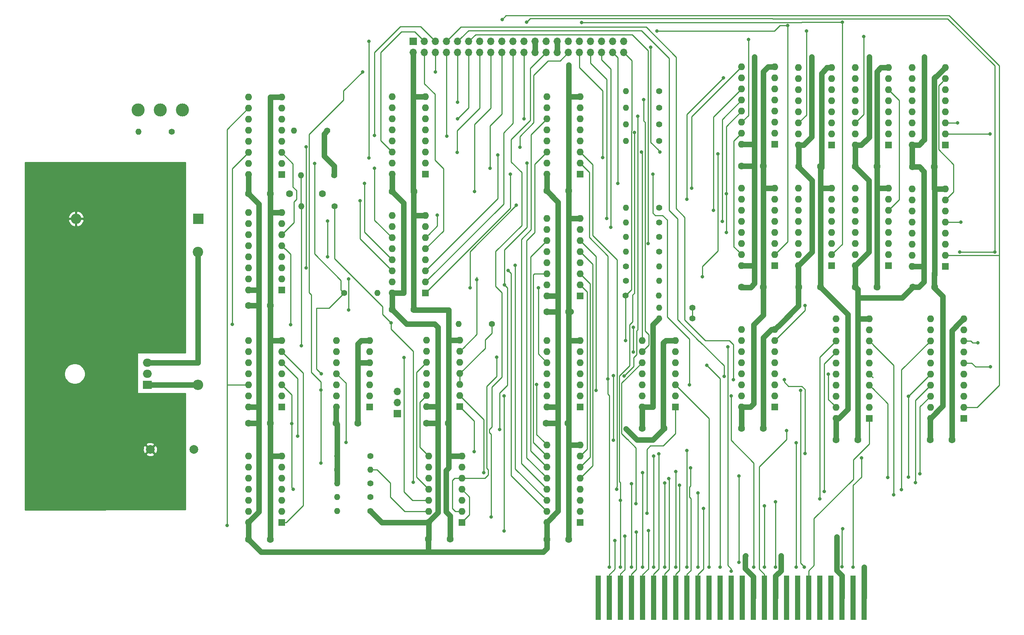
<source format=gbr>
G04 #@! TF.GenerationSoftware,KiCad,Pcbnew,5.1.8-5.1.8*
G04 #@! TF.CreationDate,2021-03-27T17:25:53-07:00*
G04 #@! TF.ProjectId,1066,31303636-2e6b-4696-9361-645f70636258,rev?*
G04 #@! TF.SameCoordinates,Original*
G04 #@! TF.FileFunction,Copper,L2,Bot*
G04 #@! TF.FilePolarity,Positive*
%FSLAX46Y46*%
G04 Gerber Fmt 4.6, Leading zero omitted, Abs format (unit mm)*
G04 Created by KiCad (PCBNEW 5.1.8-5.1.8) date 2021-03-27 17:25:53*
%MOMM*%
%LPD*%
G01*
G04 APERTURE LIST*
G04 #@! TA.AperFunction,ComponentPad*
%ADD10R,1.700000X1.700000*%
G04 #@! TD*
G04 #@! TA.AperFunction,ComponentPad*
%ADD11O,1.700000X1.700000*%
G04 #@! TD*
G04 #@! TA.AperFunction,ComponentPad*
%ADD12R,2.000000X1.905000*%
G04 #@! TD*
G04 #@! TA.AperFunction,ComponentPad*
%ADD13O,2.000000X1.905000*%
G04 #@! TD*
G04 #@! TA.AperFunction,ComponentPad*
%ADD14C,1.600000*%
G04 #@! TD*
G04 #@! TA.AperFunction,ComponentPad*
%ADD15O,1.600000X1.600000*%
G04 #@! TD*
G04 #@! TA.AperFunction,ComponentPad*
%ADD16R,1.600000X1.600000*%
G04 #@! TD*
G04 #@! TA.AperFunction,ComponentPad*
%ADD17C,2.000000*%
G04 #@! TD*
G04 #@! TA.AperFunction,ComponentPad*
%ADD18C,3.000000*%
G04 #@! TD*
G04 #@! TA.AperFunction,ComponentPad*
%ADD19O,1.400000X1.400000*%
G04 #@! TD*
G04 #@! TA.AperFunction,ComponentPad*
%ADD20C,1.400000*%
G04 #@! TD*
G04 #@! TA.AperFunction,SMDPad,CuDef*
%ADD21R,1.270000X10.160000*%
G04 #@! TD*
G04 #@! TA.AperFunction,ComponentPad*
%ADD22R,2.400000X2.400000*%
G04 #@! TD*
G04 #@! TA.AperFunction,ComponentPad*
%ADD23O,2.400000X2.400000*%
G04 #@! TD*
G04 #@! TA.AperFunction,ComponentPad*
%ADD24C,2.400000*%
G04 #@! TD*
G04 #@! TA.AperFunction,ViaPad*
%ADD25C,0.800000*%
G04 #@! TD*
G04 #@! TA.AperFunction,Conductor*
%ADD26C,1.270000*%
G04 #@! TD*
G04 #@! TA.AperFunction,Conductor*
%ADD27C,0.254000*%
G04 #@! TD*
G04 #@! TA.AperFunction,Conductor*
%ADD28C,0.250000*%
G04 #@! TD*
G04 #@! TA.AperFunction,Conductor*
%ADD29C,0.100000*%
G04 #@! TD*
G04 APERTURE END LIST*
D10*
X129170000Y-32410000D03*
D11*
X129170000Y-34950000D03*
X131710000Y-32410000D03*
X131710000Y-34950000D03*
X134250000Y-32410000D03*
X134250000Y-34950000D03*
X136790000Y-32410000D03*
X136790000Y-34950000D03*
X139330000Y-32410000D03*
X139330000Y-34950000D03*
X141870000Y-32410000D03*
X141870000Y-34950000D03*
X144410000Y-32410000D03*
X144410000Y-34950000D03*
X146950000Y-32410000D03*
X146950000Y-34950000D03*
X149490000Y-32410000D03*
X149490000Y-34950000D03*
X152030000Y-32410000D03*
X152030000Y-34950000D03*
X154570000Y-32410000D03*
X154570000Y-34950000D03*
X157110000Y-32410000D03*
X157110000Y-34950000D03*
X159650000Y-32410000D03*
X159650000Y-34950000D03*
X162190000Y-32410000D03*
X162190000Y-34950000D03*
X164730000Y-32410000D03*
X164730000Y-34950000D03*
X167270000Y-32410000D03*
X167270000Y-34950000D03*
X169810000Y-32410000D03*
X169810000Y-34950000D03*
X172350000Y-32410000D03*
X172350000Y-34950000D03*
X174890000Y-32410000D03*
X174890000Y-34950000D03*
X177430000Y-32410000D03*
X177430000Y-34950000D03*
D12*
X68200000Y-111220000D03*
D13*
X68200000Y-108680000D03*
X68200000Y-106140000D03*
D14*
X100780000Y-67330000D03*
X108280000Y-67330000D03*
D15*
X91360000Y-62970000D03*
X98980000Y-45190000D03*
X91360000Y-60430000D03*
X98980000Y-47730000D03*
X91360000Y-57890000D03*
X98980000Y-50270000D03*
X91360000Y-55350000D03*
X98980000Y-52810000D03*
X91360000Y-52810000D03*
X98980000Y-55350000D03*
X91360000Y-50270000D03*
X98980000Y-57890000D03*
X91360000Y-47730000D03*
X98980000Y-60430000D03*
X91360000Y-45190000D03*
D16*
X98980000Y-62970000D03*
D14*
X96390000Y-67360000D03*
X91390000Y-67360000D03*
X129330000Y-66860000D03*
X124330000Y-66860000D03*
X164790000Y-66690000D03*
X159790000Y-66690000D03*
X204420000Y-60990000D03*
X209420000Y-60990000D03*
X217520000Y-61080000D03*
X222520000Y-61080000D03*
X230460000Y-61080000D03*
X235460000Y-61080000D03*
X243620000Y-61160000D03*
X248620000Y-61160000D03*
X204440000Y-88750000D03*
X209440000Y-88750000D03*
X217520000Y-88760000D03*
X222520000Y-88760000D03*
X230520000Y-88760000D03*
X235520000Y-88760000D03*
X243730000Y-88750000D03*
X248730000Y-88750000D03*
X96340000Y-93010000D03*
X91340000Y-93010000D03*
X129310000Y-93910000D03*
X124310000Y-93910000D03*
X164790000Y-94440000D03*
X159790000Y-94440000D03*
X96350000Y-120020000D03*
X91350000Y-120020000D03*
X116420000Y-120030000D03*
X111420000Y-120030000D03*
X137200000Y-120020000D03*
X132200000Y-120020000D03*
X164650000Y-120030000D03*
X159650000Y-120030000D03*
X186620000Y-121220000D03*
X181620000Y-121220000D03*
X209380000Y-121220000D03*
X204380000Y-121220000D03*
X231065000Y-123790000D03*
X226065000Y-123790000D03*
X252710000Y-123790000D03*
X247710000Y-123790000D03*
X96390000Y-146680000D03*
X91390000Y-146680000D03*
X137620000Y-146610000D03*
X132620000Y-146610000D03*
X164800000Y-146680000D03*
X159800000Y-146680000D03*
D15*
X230523332Y-56200000D03*
X238143332Y-38420000D03*
X230523332Y-53660000D03*
X238143332Y-40960000D03*
X230523332Y-51120000D03*
X238143332Y-43500000D03*
X230523332Y-48580000D03*
X238143332Y-46040000D03*
X230523332Y-46040000D03*
X238143332Y-48580000D03*
X230523332Y-43500000D03*
X238143332Y-51120000D03*
X230523332Y-40960000D03*
X238143332Y-53660000D03*
X230523332Y-38420000D03*
D16*
X238143332Y-56200000D03*
X251180000Y-83990000D03*
D15*
X243560000Y-66210000D03*
X251180000Y-81450000D03*
X243560000Y-68750000D03*
X251180000Y-78910000D03*
X243560000Y-71290000D03*
X251180000Y-76370000D03*
X243560000Y-73830000D03*
X251180000Y-73830000D03*
X243560000Y-76370000D03*
X251180000Y-71290000D03*
X243560000Y-78910000D03*
X251180000Y-68750000D03*
X243560000Y-81450000D03*
X251180000Y-66210000D03*
X243560000Y-83990000D03*
D17*
X68830000Y-126010000D03*
X78830000Y-126010000D03*
D18*
X76260000Y-48150000D03*
X71180000Y-48150000D03*
X66100000Y-48140000D03*
D19*
X66150000Y-53110000D03*
D20*
X73770000Y-53110000D03*
D19*
X101830000Y-52880000D03*
D20*
X109450000Y-52880000D03*
D19*
X103370000Y-63090000D03*
D20*
X110990000Y-63090000D03*
D19*
X103490000Y-70250000D03*
D20*
X111110000Y-70250000D03*
D19*
X120900000Y-90150000D03*
D20*
X113280000Y-90150000D03*
D19*
X111680000Y-127510000D03*
D20*
X119300000Y-127510000D03*
D19*
X119290000Y-130692500D03*
D20*
X111670000Y-130692500D03*
D19*
X111670000Y-133835000D03*
D20*
X119290000Y-133835000D03*
D19*
X111670000Y-136977500D03*
D20*
X119290000Y-136977500D03*
D19*
X111670000Y-140120000D03*
D20*
X119290000Y-140120000D03*
D19*
X139540000Y-97210000D03*
D20*
X147160000Y-97210000D03*
D19*
X177930000Y-43830000D03*
D20*
X185550000Y-43830000D03*
D19*
X177940000Y-47650000D03*
D20*
X185560000Y-47650000D03*
D19*
X177940000Y-51460000D03*
D20*
X185560000Y-51460000D03*
D19*
X177940000Y-55270000D03*
D20*
X185560000Y-55270000D03*
D19*
X177880000Y-70560000D03*
D20*
X185500000Y-70560000D03*
D19*
X177880000Y-73916666D03*
D20*
X185500000Y-73916666D03*
D19*
X177880000Y-77273332D03*
D20*
X185500000Y-77273332D03*
D19*
X177880000Y-80629998D03*
D20*
X185500000Y-80629998D03*
D19*
X185500000Y-83986664D03*
D20*
X177880000Y-83986664D03*
D19*
X185500000Y-87343330D03*
D20*
X177880000Y-87343330D03*
D19*
X185460000Y-90700000D03*
D20*
X177840000Y-90700000D03*
D19*
X185520000Y-93480000D03*
D20*
X193140000Y-93480000D03*
D19*
X185530000Y-95940000D03*
D20*
X193150000Y-95940000D03*
D21*
X232540000Y-160050000D03*
X230000000Y-160050000D03*
X227460000Y-160050000D03*
X224920000Y-160050000D03*
X222380000Y-160050000D03*
X219840000Y-160050000D03*
X217300000Y-160050000D03*
X214760000Y-160050000D03*
X212220000Y-160050000D03*
X209680000Y-160050000D03*
X207140000Y-160050000D03*
X204600000Y-160050000D03*
X202060000Y-160050000D03*
X199520000Y-160050000D03*
X196980000Y-160050000D03*
X194440000Y-160050000D03*
X191900000Y-160050000D03*
X189360000Y-160050000D03*
X186820000Y-160050000D03*
X184280000Y-160050000D03*
X181740000Y-160050000D03*
X179200000Y-160050000D03*
X176660000Y-160050000D03*
X174120000Y-160050000D03*
X171580000Y-160050000D03*
D22*
X79840000Y-73090000D03*
D23*
X51840000Y-73090000D03*
D10*
X125510000Y-117790000D03*
D11*
X125510000Y-115250000D03*
X125510000Y-112710000D03*
D24*
X79800000Y-80750000D03*
D23*
X79800000Y-111230000D03*
D16*
X131960000Y-62890000D03*
D15*
X124340000Y-45110000D03*
X131960000Y-60350000D03*
X124340000Y-47650000D03*
X131960000Y-57810000D03*
X124340000Y-50190000D03*
X131960000Y-55270000D03*
X124340000Y-52730000D03*
X131960000Y-52730000D03*
X124340000Y-55270000D03*
X131960000Y-50190000D03*
X124340000Y-57810000D03*
X131960000Y-47650000D03*
X124340000Y-60350000D03*
X131960000Y-45110000D03*
X124340000Y-62890000D03*
D16*
X167410000Y-62870000D03*
D15*
X159790000Y-45090000D03*
X167410000Y-60330000D03*
X159790000Y-47630000D03*
X167410000Y-57790000D03*
X159790000Y-50170000D03*
X167410000Y-55250000D03*
X159790000Y-52710000D03*
X167410000Y-52710000D03*
X159790000Y-55250000D03*
X167410000Y-50170000D03*
X159790000Y-57790000D03*
X167410000Y-47630000D03*
X159790000Y-60330000D03*
X167410000Y-45090000D03*
X159790000Y-62870000D03*
D16*
X212070000Y-55990000D03*
D15*
X204450000Y-38210000D03*
X212070000Y-53450000D03*
X204450000Y-40750000D03*
X212070000Y-50910000D03*
X204450000Y-43290000D03*
X212070000Y-48370000D03*
X204450000Y-45830000D03*
X212070000Y-45830000D03*
X204450000Y-48370000D03*
X212070000Y-43290000D03*
X204450000Y-50910000D03*
X212070000Y-40750000D03*
X204450000Y-53450000D03*
X212070000Y-38210000D03*
X204450000Y-55990000D03*
D16*
X225106666Y-56200000D03*
D15*
X217486666Y-38420000D03*
X225106666Y-53660000D03*
X217486666Y-40960000D03*
X225106666Y-51120000D03*
X217486666Y-43500000D03*
X225106666Y-48580000D03*
X217486666Y-46040000D03*
X225106666Y-46040000D03*
X217486666Y-48580000D03*
X225106666Y-43500000D03*
X217486666Y-51120000D03*
X225106666Y-40960000D03*
X217486666Y-53660000D03*
X225106666Y-38420000D03*
X217486666Y-56200000D03*
D16*
X251180000Y-56170000D03*
D15*
X243560000Y-38390000D03*
X251180000Y-53630000D03*
X243560000Y-40930000D03*
X251180000Y-51090000D03*
X243560000Y-43470000D03*
X251180000Y-48550000D03*
X243560000Y-46010000D03*
X251180000Y-46010000D03*
X243560000Y-48550000D03*
X251180000Y-43470000D03*
X243560000Y-51090000D03*
X251180000Y-40930000D03*
X243560000Y-53630000D03*
X251180000Y-38390000D03*
X243560000Y-56170000D03*
X204450000Y-83830000D03*
X212070000Y-66050000D03*
X204450000Y-81290000D03*
X212070000Y-68590000D03*
X204450000Y-78750000D03*
X212070000Y-71130000D03*
X204450000Y-76210000D03*
X212070000Y-73670000D03*
X204450000Y-73670000D03*
X212070000Y-76210000D03*
X204450000Y-71130000D03*
X212070000Y-78750000D03*
X204450000Y-68590000D03*
X212070000Y-81290000D03*
X204450000Y-66050000D03*
D16*
X212070000Y-83830000D03*
X225106666Y-83830000D03*
D15*
X217486666Y-66050000D03*
X225106666Y-81290000D03*
X217486666Y-68590000D03*
X225106666Y-78750000D03*
X217486666Y-71130000D03*
X225106666Y-76210000D03*
X217486666Y-73670000D03*
X225106666Y-73670000D03*
X217486666Y-76210000D03*
X225106666Y-71130000D03*
X217486666Y-78750000D03*
X225106666Y-68590000D03*
X217486666Y-81290000D03*
X225106666Y-66050000D03*
X217486666Y-83830000D03*
X230523332Y-83830000D03*
X238143332Y-66050000D03*
X230523332Y-81290000D03*
X238143332Y-68590000D03*
X230523332Y-78750000D03*
X238143332Y-71130000D03*
X230523332Y-76210000D03*
X238143332Y-73670000D03*
X230523332Y-73670000D03*
X238143332Y-76210000D03*
X230523332Y-71130000D03*
X238143332Y-78750000D03*
X230523332Y-68590000D03*
X238143332Y-81290000D03*
X230523332Y-66050000D03*
D16*
X238143332Y-83830000D03*
D15*
X91360000Y-89410000D03*
X98980000Y-71630000D03*
X91360000Y-86870000D03*
X98980000Y-74170000D03*
X91360000Y-84330000D03*
X98980000Y-76710000D03*
X91360000Y-81790000D03*
X98980000Y-79250000D03*
X91360000Y-79250000D03*
X98980000Y-81790000D03*
X91360000Y-76710000D03*
X98980000Y-84330000D03*
X91360000Y-74170000D03*
X98980000Y-86870000D03*
X91360000Y-71630000D03*
D16*
X98980000Y-89410000D03*
X131940000Y-90130000D03*
D15*
X124320000Y-72350000D03*
X131940000Y-87590000D03*
X124320000Y-74890000D03*
X131940000Y-85050000D03*
X124320000Y-77430000D03*
X131940000Y-82510000D03*
X124320000Y-79970000D03*
X131940000Y-79970000D03*
X124320000Y-82510000D03*
X131940000Y-77430000D03*
X124320000Y-85050000D03*
X131940000Y-74890000D03*
X124320000Y-87590000D03*
X131940000Y-72350000D03*
X124320000Y-90130000D03*
X159790000Y-90790000D03*
X167410000Y-73010000D03*
X159790000Y-88250000D03*
X167410000Y-75550000D03*
X159790000Y-85710000D03*
X167410000Y-78090000D03*
X159790000Y-83170000D03*
X167410000Y-80630000D03*
X159790000Y-80630000D03*
X167410000Y-83170000D03*
X159790000Y-78090000D03*
X167410000Y-85710000D03*
X159790000Y-75550000D03*
X167410000Y-88250000D03*
X159790000Y-73010000D03*
D16*
X167410000Y-90790000D03*
X98980000Y-116250000D03*
D15*
X91360000Y-101010000D03*
X98980000Y-113710000D03*
X91360000Y-103550000D03*
X98980000Y-111170000D03*
X91360000Y-106090000D03*
X98980000Y-108630000D03*
X91360000Y-108630000D03*
X98980000Y-106090000D03*
X91360000Y-111170000D03*
X98980000Y-103550000D03*
X91360000Y-113710000D03*
X98980000Y-101010000D03*
X91360000Y-116250000D03*
X111560000Y-116250000D03*
X119180000Y-101010000D03*
X111560000Y-113710000D03*
X119180000Y-103550000D03*
X111560000Y-111170000D03*
X119180000Y-106090000D03*
X111560000Y-108630000D03*
X119180000Y-108630000D03*
X111560000Y-106090000D03*
X119180000Y-111170000D03*
X111560000Y-103550000D03*
X119180000Y-113710000D03*
X111560000Y-101010000D03*
D16*
X119180000Y-116250000D03*
D15*
X132210000Y-116200000D03*
X139830000Y-100960000D03*
X132210000Y-113660000D03*
X139830000Y-103500000D03*
X132210000Y-111120000D03*
X139830000Y-106040000D03*
X132210000Y-108580000D03*
X139830000Y-108580000D03*
X132210000Y-106040000D03*
X139830000Y-111120000D03*
X132210000Y-103500000D03*
X139830000Y-113660000D03*
X132210000Y-100960000D03*
D16*
X139830000Y-116200000D03*
D15*
X159790000Y-116250000D03*
X167410000Y-101010000D03*
X159790000Y-113710000D03*
X167410000Y-103550000D03*
X159790000Y-111170000D03*
X167410000Y-106090000D03*
X159790000Y-108630000D03*
X167410000Y-108630000D03*
X159790000Y-106090000D03*
X167410000Y-111170000D03*
X159790000Y-103550000D03*
X167410000Y-113710000D03*
X159790000Y-101010000D03*
D16*
X167410000Y-116250000D03*
X189270000Y-116250000D03*
D15*
X181650000Y-101010000D03*
X189270000Y-113710000D03*
X181650000Y-103550000D03*
X189270000Y-111170000D03*
X181650000Y-106090000D03*
X189270000Y-108630000D03*
X181650000Y-108630000D03*
X189270000Y-106090000D03*
X181650000Y-111170000D03*
X189270000Y-103550000D03*
X181650000Y-113710000D03*
X189270000Y-101010000D03*
X181650000Y-116250000D03*
X204410000Y-116300000D03*
X212030000Y-98520000D03*
X204410000Y-113760000D03*
X212030000Y-101060000D03*
X204410000Y-111220000D03*
X212030000Y-103600000D03*
X204410000Y-108680000D03*
X212030000Y-106140000D03*
X204410000Y-106140000D03*
X212030000Y-108680000D03*
X204410000Y-103600000D03*
X212030000Y-111220000D03*
X204410000Y-101060000D03*
X212030000Y-113760000D03*
X204410000Y-98520000D03*
D16*
X212030000Y-116300000D03*
D15*
X226095000Y-118870000D03*
X233715000Y-96010000D03*
X226095000Y-116330000D03*
X233715000Y-98550000D03*
X226095000Y-113790000D03*
X233715000Y-101090000D03*
X226095000Y-111250000D03*
X233715000Y-103630000D03*
X226095000Y-108710000D03*
X233715000Y-106170000D03*
X226095000Y-106170000D03*
X233715000Y-108710000D03*
X226095000Y-103630000D03*
X233715000Y-111250000D03*
X226095000Y-101090000D03*
X233715000Y-113790000D03*
X226095000Y-98550000D03*
X233715000Y-116330000D03*
X226095000Y-96010000D03*
D16*
X233715000Y-118870000D03*
X255360000Y-118870000D03*
D15*
X247740000Y-96010000D03*
X255360000Y-116330000D03*
X247740000Y-98550000D03*
X255360000Y-113790000D03*
X247740000Y-101090000D03*
X255360000Y-111250000D03*
X247740000Y-103630000D03*
X255360000Y-108710000D03*
X247740000Y-106170000D03*
X255360000Y-106170000D03*
X247740000Y-108710000D03*
X255360000Y-103630000D03*
X247740000Y-111250000D03*
X255360000Y-101090000D03*
X247740000Y-113790000D03*
X255360000Y-98550000D03*
X247740000Y-116330000D03*
X255360000Y-96010000D03*
X247740000Y-118870000D03*
X91360000Y-142750000D03*
X98980000Y-127510000D03*
X91360000Y-140210000D03*
X98980000Y-130050000D03*
X91360000Y-137670000D03*
X98980000Y-132590000D03*
X91360000Y-135130000D03*
X98980000Y-135130000D03*
X91360000Y-132590000D03*
X98980000Y-137670000D03*
X91360000Y-130050000D03*
X98980000Y-140210000D03*
X91360000Y-127510000D03*
D16*
X98980000Y-142750000D03*
X140280000Y-142750000D03*
D15*
X132660000Y-127510000D03*
X140280000Y-140210000D03*
X132660000Y-130050000D03*
X140280000Y-137670000D03*
X132660000Y-132590000D03*
X140280000Y-135130000D03*
X132660000Y-135130000D03*
X140280000Y-132590000D03*
X132660000Y-137670000D03*
X140280000Y-130050000D03*
X132660000Y-140210000D03*
X140280000Y-127510000D03*
X132660000Y-142750000D03*
X159790000Y-142750000D03*
X167410000Y-124970000D03*
X159790000Y-140210000D03*
X167410000Y-127510000D03*
X159790000Y-137670000D03*
X167410000Y-130050000D03*
X159790000Y-135130000D03*
X167410000Y-132590000D03*
X159790000Y-132590000D03*
X167410000Y-135130000D03*
X159790000Y-130050000D03*
X167410000Y-137670000D03*
X159790000Y-127510000D03*
X167410000Y-140210000D03*
X159790000Y-124970000D03*
D16*
X167410000Y-142750000D03*
D25*
X226220000Y-150430000D03*
X226220000Y-146040000D03*
X246290000Y-35940000D03*
X233690000Y-35950000D03*
X220480000Y-35940000D03*
X207380000Y-35960000D03*
X177880000Y-121290000D03*
X164790000Y-37830000D03*
X213430000Y-150430000D03*
X205310000Y-150430000D03*
X43180000Y-63500000D03*
X53340000Y-63500000D03*
X73660000Y-63500000D03*
X43180000Y-137160000D03*
X53340000Y-137160000D03*
X63500000Y-137160000D03*
X73660000Y-137160000D03*
X43180000Y-101600000D03*
X53340000Y-101600000D03*
X63500000Y-101600000D03*
X73660000Y-101600000D03*
X43180000Y-83820000D03*
X53340000Y-83820000D03*
X63500000Y-83820000D03*
X73660000Y-83820000D03*
X43180000Y-119380000D03*
X53340000Y-119380000D03*
X63500000Y-119380000D03*
X73660000Y-119380000D03*
X48260000Y-73660000D03*
X58990000Y-73090000D03*
X68580000Y-73660000D03*
X48260000Y-93980000D03*
X58420000Y-93980000D03*
X68580000Y-93980000D03*
X48260000Y-127000000D03*
X58420000Y-127000000D03*
X71120000Y-68580000D03*
X55880000Y-68580000D03*
X134040000Y-97200000D03*
X129100000Y-133590000D03*
X124030000Y-96940000D03*
X214220000Y-109990000D03*
X218950000Y-126920000D03*
X175060000Y-123880000D03*
X175060000Y-109050000D03*
X230000000Y-153000000D03*
X231900000Y-128000000D03*
X227450000Y-152970000D03*
X227570000Y-144200000D03*
X149960000Y-144700000D03*
X149970000Y-113700000D03*
X218830000Y-152990000D03*
X217960000Y-112500000D03*
X216910000Y-152990000D03*
X216940000Y-124500000D03*
X113730000Y-124380000D03*
X212195000Y-152990000D03*
X212190000Y-138010000D03*
X152550000Y-83790000D03*
X209670000Y-153000000D03*
X209650000Y-139000000D03*
X150940000Y-84960000D03*
X104574990Y-84320000D03*
X104574990Y-56620000D03*
X171020000Y-112500000D03*
X202000000Y-113710000D03*
X207200000Y-152990000D03*
X203780000Y-151890000D03*
X203780000Y-132110000D03*
X202070000Y-153990000D03*
X201274999Y-102444999D03*
X181490000Y-57760000D03*
X199530000Y-152990000D03*
X196440000Y-106670000D03*
X181970000Y-45730000D03*
X196980000Y-153000000D03*
X180620000Y-49560000D03*
X177470000Y-109200000D03*
X194440000Y-153000000D03*
X194440000Y-136000000D03*
X175830000Y-135130000D03*
X191900000Y-152980000D03*
X191910000Y-126250000D03*
X189360000Y-153000000D03*
X189360000Y-131070000D03*
X186820000Y-152990000D03*
X186810000Y-133720000D03*
X184280000Y-153000000D03*
X184260000Y-127530000D03*
X181740000Y-153000000D03*
X181740000Y-131350000D03*
X179200000Y-152990000D03*
X179200000Y-133850000D03*
X176660000Y-152990000D03*
X176660000Y-137670000D03*
X179894990Y-53310000D03*
X174120000Y-153000000D03*
X173780000Y-109800000D03*
X214750000Y-121660000D03*
X102650000Y-122990000D03*
X195690000Y-139550000D03*
X245310000Y-131640000D03*
X192690000Y-130260000D03*
X244260000Y-133600000D03*
X190210000Y-134240000D03*
X242640000Y-113790000D03*
X242640000Y-132365000D03*
X187740000Y-132740000D03*
X185420000Y-127060000D03*
X237960000Y-132414999D03*
X183057347Y-144617347D03*
X223380000Y-135660000D03*
X241100000Y-135250000D03*
X180300000Y-144980000D03*
X239310000Y-136390000D03*
X177630000Y-145910000D03*
X175410000Y-146890000D03*
X222380000Y-137360000D03*
X119000000Y-32400000D03*
X119000000Y-59120000D03*
X120240000Y-54000000D03*
X107960000Y-129130000D03*
X107970000Y-112410000D03*
X117520000Y-39370000D03*
X134240000Y-39370000D03*
X202540000Y-109970000D03*
X136810000Y-54100000D03*
X200390000Y-109250000D03*
X139330000Y-46370000D03*
X143720000Y-87045000D03*
X183015010Y-78760000D03*
X139320000Y-50170000D03*
X139200000Y-57820000D03*
X143210000Y-66810000D03*
X116980000Y-68980000D03*
X149530000Y-27340000D03*
X134670000Y-72230000D03*
X173500000Y-72990000D03*
X261440000Y-107060000D03*
X261430000Y-53600000D03*
X262480000Y-80690000D03*
X254480000Y-80700000D03*
X155140000Y-28010000D03*
X154530000Y-50140000D03*
X147000000Y-141480000D03*
X219320000Y-30010000D03*
X258580000Y-101510000D03*
X103480000Y-102260000D03*
X153580000Y-56690000D03*
X227490000Y-28010000D03*
X167780000Y-28020000D03*
X172570000Y-59060000D03*
X148550000Y-58480000D03*
X232470000Y-31245000D03*
X146770000Y-61500000D03*
X120290000Y-61500000D03*
X215000000Y-28750000D03*
X185000000Y-29980000D03*
X174440000Y-75050000D03*
X205990000Y-31970000D03*
X117970000Y-65000000D03*
X176010000Y-64990000D03*
X108070000Y-108630000D03*
X106530000Y-60360000D03*
X157820000Y-88960000D03*
X142164999Y-88935001D03*
X152790000Y-69990000D03*
X185730000Y-57750000D03*
X183610000Y-33720000D03*
X177840000Y-101000000D03*
X86500000Y-143490000D03*
X101620000Y-135150000D03*
X101310000Y-120070000D03*
X148930000Y-121420000D03*
X150030000Y-88210000D03*
X155180000Y-60330000D03*
X199980000Y-73700000D03*
X254700000Y-73850000D03*
X200900000Y-76200000D03*
X200900000Y-67320000D03*
X191850000Y-68590000D03*
X200280000Y-40720000D03*
X193000000Y-66050000D03*
X197990000Y-71130000D03*
X253965000Y-51080000D03*
X198990000Y-58230000D03*
X195470000Y-86360000D03*
X87660000Y-97290000D03*
X192470000Y-111230000D03*
X184050000Y-62860000D03*
X151400000Y-62890000D03*
X101000000Y-97400000D03*
X109520000Y-81790000D03*
X109530000Y-73590000D03*
X114340000Y-86870000D03*
X114340000Y-94000000D03*
X157420000Y-111140000D03*
X127047001Y-104912999D03*
X145340000Y-131330000D03*
X143140000Y-126540000D03*
X148280000Y-104810000D03*
X179600000Y-103660000D03*
X179600000Y-97960000D03*
X182720000Y-140650000D03*
X180220000Y-138420000D03*
X224340000Y-108750000D03*
X232540000Y-152990000D03*
X219010000Y-93000000D03*
D26*
X220540000Y-80743332D02*
X217463332Y-83820000D01*
X217400000Y-61110000D02*
X220540000Y-64250000D01*
X217440000Y-88810000D02*
X217440000Y-83843332D01*
X220540000Y-64250000D02*
X220540000Y-80743332D01*
X226220000Y-150430000D02*
X226220000Y-146040000D01*
X246290000Y-35940000D02*
X246290000Y-54970000D01*
X243560000Y-61140000D02*
X243620000Y-61200000D01*
X243560000Y-56170000D02*
X243560000Y-61140000D01*
X230460000Y-56263332D02*
X230523332Y-56200000D01*
X230460000Y-61120000D02*
X230460000Y-56263332D01*
X233690000Y-54370000D02*
X233690000Y-35950000D01*
X217520000Y-56233334D02*
X217486666Y-56200000D01*
X217520000Y-61120000D02*
X217520000Y-56233334D01*
X220480000Y-54340000D02*
X220480000Y-35940000D01*
X204420000Y-56020000D02*
X204450000Y-55990000D01*
X246260000Y-83990000D02*
X243560000Y-83990000D01*
X246270000Y-83980000D02*
X246260000Y-83990000D01*
X246270000Y-62250000D02*
X246270000Y-83980000D01*
X243620000Y-61200000D02*
X245220000Y-61200000D01*
X245220000Y-61200000D02*
X246270000Y-62250000D01*
X230460000Y-61120000D02*
X233600000Y-64260000D01*
X233600000Y-80753332D02*
X230523332Y-83830000D01*
X233600000Y-64260000D02*
X233600000Y-80753332D01*
X207380000Y-56020000D02*
X207380000Y-35960000D01*
X217470000Y-93090000D02*
X217470000Y-88820000D01*
X212839999Y-97720001D02*
X217470000Y-93090000D01*
X212030000Y-98520000D02*
X212829999Y-97720001D01*
X212829999Y-97720001D02*
X212839999Y-97720001D01*
X211230000Y-98520000D02*
X212030000Y-98520000D01*
X209990000Y-99760000D02*
X211230000Y-98520000D01*
X180420000Y-123830000D02*
X180430000Y-123830000D01*
X177880000Y-121290000D02*
X177880000Y-121290000D01*
X177880000Y-121290000D02*
X180420000Y-123830000D01*
X139148630Y-127510000D02*
X137350000Y-127510000D01*
X140280000Y-127510000D02*
X139148630Y-127510000D01*
X164780000Y-120030000D02*
X164780000Y-124970000D01*
X164780000Y-101010000D02*
X164780000Y-120030000D01*
X165320000Y-94440000D02*
X165260000Y-94380000D01*
X164780000Y-94320000D02*
X164780000Y-100950000D01*
X166278630Y-73010000D02*
X165260000Y-73010000D01*
X167410000Y-73010000D02*
X166278630Y-73010000D01*
X164780000Y-72990000D02*
X164780000Y-94360000D01*
X166278630Y-45090000D02*
X165260000Y-45090000D01*
X167410000Y-45090000D02*
X166278630Y-45090000D01*
X164790000Y-37830000D02*
X164790000Y-45020000D01*
X164790000Y-45020000D02*
X164790000Y-72940000D01*
X205235000Y-150505000D02*
X205310000Y-150430000D01*
X205235000Y-153335000D02*
X205235000Y-150505000D01*
X207140000Y-160050000D02*
X207140000Y-155240000D01*
X207140000Y-155240000D02*
X205235000Y-153335000D01*
X213430000Y-153860000D02*
X213430000Y-150430000D01*
X212220000Y-160050000D02*
X212220000Y-155070000D01*
X212220000Y-155070000D02*
X213430000Y-153860000D01*
X209420000Y-100330000D02*
X209970000Y-99780000D01*
X209380000Y-121220000D02*
X209420000Y-121180000D01*
X209420000Y-121180000D02*
X209420000Y-100330000D01*
X254560001Y-96809999D02*
X255360000Y-96010000D01*
X252630000Y-98740000D02*
X254560001Y-96809999D01*
X252710000Y-123790000D02*
X252630000Y-123710000D01*
X252630000Y-123710000D02*
X252630000Y-98740000D01*
X230500000Y-83853332D02*
X230523332Y-83830000D01*
X230520000Y-88760000D02*
X230500000Y-88740000D01*
X230500000Y-88740000D02*
X230500000Y-83853332D01*
X230470000Y-88810000D02*
X230520000Y-88760000D01*
X233715000Y-96010000D02*
X231060000Y-96010000D01*
X231060000Y-89300000D02*
X230520000Y-88760000D01*
X231065000Y-123790000D02*
X231060000Y-123785000D01*
X231060000Y-123785000D02*
X231060000Y-89300000D01*
X232870000Y-91210000D02*
X231400000Y-91210000D01*
X241275000Y-91210000D02*
X232870000Y-91210000D01*
X243705000Y-88780000D02*
X241275000Y-91210000D01*
X245090000Y-88780000D02*
X243705000Y-88780000D01*
X246270000Y-83980000D02*
X246270000Y-87600000D01*
X246270000Y-87600000D02*
X245090000Y-88780000D01*
X245100000Y-56170000D02*
X243560000Y-56170000D01*
X246270000Y-54970000D02*
X246270000Y-55000000D01*
X246270000Y-55000000D02*
X245100000Y-56170000D01*
X231850000Y-56200000D02*
X233700000Y-54350000D01*
X230523332Y-56200000D02*
X231850000Y-56200000D01*
X220480000Y-54338036D02*
X220480000Y-54310000D01*
X217486666Y-56200000D02*
X218618036Y-56200000D01*
X218618036Y-56200000D02*
X220480000Y-54338036D01*
X204450000Y-55990000D02*
X207370000Y-55990000D01*
X207380000Y-61300000D02*
X207380000Y-55830000D01*
X207380000Y-61220000D02*
X207380000Y-84170000D01*
X207360000Y-61030000D02*
X207370000Y-61040000D01*
X204420000Y-61030000D02*
X207360000Y-61030000D01*
X206510000Y-88820000D02*
X204450000Y-88820000D01*
X207380000Y-87950000D02*
X206510000Y-88820000D01*
X207380000Y-83920000D02*
X207380000Y-87950000D01*
X204450000Y-83830000D02*
X207290000Y-83830000D01*
X207290000Y-83830000D02*
X207380000Y-83920000D01*
X164800000Y-101010000D02*
X164790000Y-101000000D01*
X167410000Y-101010000D02*
X164800000Y-101010000D01*
X167410000Y-124970000D02*
X164780000Y-124970000D01*
X164780000Y-146660000D02*
X164800000Y-146680000D01*
X164780000Y-124970000D02*
X164780000Y-146660000D01*
X137240000Y-127400000D02*
X137350000Y-127510000D01*
X137640000Y-141290000D02*
X137640000Y-146680000D01*
X137240000Y-130280000D02*
X136650000Y-130870000D01*
X137240000Y-127400000D02*
X137240000Y-130280000D01*
X136650000Y-130870000D02*
X136650000Y-139350000D01*
X136650000Y-139350000D02*
X136660000Y-139360000D01*
X136660000Y-139360000D02*
X136660000Y-140310000D01*
X136660000Y-140310000D02*
X137640000Y-141290000D01*
X137240000Y-94030000D02*
X137240000Y-100850000D01*
X130911370Y-94030000D02*
X137240000Y-94030000D01*
X130901370Y-94020000D02*
X130911370Y-94030000D01*
X129170000Y-66790000D02*
X129250000Y-66870000D01*
X129170000Y-34950000D02*
X129170000Y-66790000D01*
X129250000Y-66870000D02*
X129230000Y-66890000D01*
X129230000Y-66890000D02*
X129230000Y-93480000D01*
X129230000Y-93480000D02*
X129770000Y-94020000D01*
X129770000Y-94020000D02*
X130901370Y-94020000D01*
X139830000Y-100960000D02*
X137260000Y-100960000D01*
X137240000Y-100630000D02*
X137240000Y-127400000D01*
X137250000Y-100620000D02*
X137240000Y-100630000D01*
X96350000Y-120020000D02*
X96350000Y-121151370D01*
X96390000Y-121191370D02*
X96390000Y-146680000D01*
X96350000Y-121151370D02*
X96390000Y-121191370D01*
X96390000Y-67360000D02*
X96390000Y-45180000D01*
X96390000Y-45180000D02*
X98980000Y-45180000D01*
X98980000Y-71630000D02*
X96340000Y-71630000D01*
X98980000Y-101010000D02*
X96350000Y-101010000D01*
X98980000Y-127510000D02*
X96390000Y-127510000D01*
X131940000Y-72350000D02*
X129230000Y-72350000D01*
X131960000Y-45110000D02*
X129170000Y-45110000D01*
X187020000Y-101010000D02*
X189270000Y-101010000D01*
X186480000Y-101550000D02*
X187020000Y-101010000D01*
X186620000Y-121220000D02*
X186480000Y-121080000D01*
X186480000Y-121080000D02*
X186480000Y-101550000D01*
X180430000Y-123840000D02*
X184080000Y-123840000D01*
X184080000Y-123840000D02*
X186700000Y-121220000D01*
X117190000Y-101010000D02*
X119180000Y-101010000D01*
X116420000Y-120030000D02*
X116420000Y-101780000D01*
X116420000Y-101780000D02*
X117190000Y-101010000D01*
X119180000Y-106090000D02*
X116420000Y-106090000D01*
X157110000Y-34950000D02*
X157110000Y-32410000D01*
X162190000Y-34950000D02*
X162190000Y-32410000D01*
X96390000Y-92960000D02*
X96340000Y-93010000D01*
X96390000Y-67360000D02*
X96390000Y-92960000D01*
X96350000Y-94151370D02*
X96350000Y-120020000D01*
X96340000Y-93010000D02*
X96340000Y-94141370D01*
X96340000Y-94141370D02*
X96350000Y-94151370D01*
X226214999Y-150435001D02*
X226220000Y-150430000D01*
X226214999Y-153774999D02*
X226214999Y-150435001D01*
X227450000Y-155010000D02*
X226214999Y-153774999D01*
X227450000Y-155595000D02*
X227450000Y-155010000D01*
X227460000Y-160050000D02*
X227460000Y-155605000D01*
X227460000Y-155605000D02*
X227450000Y-155595000D01*
X79800000Y-106130000D02*
X79800000Y-80750000D01*
X68200000Y-106140000D02*
X79810000Y-106140000D01*
X79810000Y-106140000D02*
X79800000Y-106130000D01*
X204380000Y-116330000D02*
X204410000Y-116300000D01*
X204380000Y-121220000D02*
X204380000Y-116330000D01*
X212070000Y-66050000D02*
X209970000Y-66050000D01*
X226065000Y-118900000D02*
X226095000Y-118870000D01*
X226065000Y-123790000D02*
X226065000Y-118900000D01*
X247710000Y-118900000D02*
X247740000Y-118870000D01*
X247710000Y-123790000D02*
X247710000Y-118900000D01*
X225106666Y-66050000D02*
X223975296Y-66050000D01*
X251180000Y-66210000D02*
X248700020Y-66210000D01*
X181620000Y-116280000D02*
X181650000Y-116250000D01*
X181620000Y-121220000D02*
X181620000Y-116280000D01*
X235580000Y-88820000D02*
X235520000Y-88760000D01*
X210500000Y-38210000D02*
X212070000Y-38210000D01*
X209420000Y-60990000D02*
X209420000Y-39290000D01*
X209420000Y-39290000D02*
X210500000Y-38210000D01*
X209420000Y-63070000D02*
X209420000Y-60990000D01*
X209420000Y-66140000D02*
X209420000Y-63070000D01*
X209420000Y-88710000D02*
X209420000Y-65240000D01*
X209470000Y-88760000D02*
X209420000Y-88710000D01*
X206450000Y-116300000D02*
X207220000Y-115530000D01*
X204410000Y-116300000D02*
X206450000Y-116300000D01*
X207220000Y-115530000D02*
X207220000Y-97370000D01*
X207220000Y-97370000D02*
X209420000Y-95170000D01*
X209420000Y-95170000D02*
X209420000Y-88810000D01*
X209420000Y-88810000D02*
X209470000Y-88760000D01*
X222750000Y-53590000D02*
X222750000Y-61290000D01*
X223975296Y-38420000D02*
X223875296Y-38520000D01*
X225106666Y-38420000D02*
X223975296Y-38420000D01*
X223875296Y-38520000D02*
X223875296Y-38594704D01*
X223875296Y-38594704D02*
X222740000Y-39730000D01*
X222740000Y-39730000D02*
X222740000Y-53580000D01*
X222740000Y-53580000D02*
X222750000Y-53590000D01*
X222510000Y-61100000D02*
X222510000Y-65390000D01*
X223965296Y-66050000D02*
X222510000Y-66050000D01*
X222520000Y-88760000D02*
X222520000Y-86830000D01*
X222510000Y-65300000D02*
X222510000Y-88750000D01*
X222510000Y-88750000D02*
X222520000Y-88760000D01*
X226690000Y-118870000D02*
X226095000Y-118870000D01*
X228800000Y-116760000D02*
X226690000Y-118870000D01*
X228800000Y-95060000D02*
X228800000Y-116760000D01*
X222520000Y-88760000D02*
X222520000Y-88780000D01*
X222520000Y-88780000D02*
X228800000Y-95060000D01*
X236350000Y-38420000D02*
X238143332Y-38420000D01*
X235460000Y-39310000D02*
X236350000Y-38420000D01*
X235520000Y-88760000D02*
X235460000Y-88700000D01*
X235460000Y-88700000D02*
X235460000Y-39310000D01*
X248640000Y-40770000D02*
X248640000Y-66270020D01*
X248880000Y-40530000D02*
X248640000Y-40770000D01*
X251180000Y-38390000D02*
X249040000Y-40530000D01*
X249040000Y-40530000D02*
X248880000Y-40530000D01*
X248650000Y-66200000D02*
X248650000Y-85940000D01*
X248630000Y-85590000D02*
X248630000Y-87680000D01*
X248640000Y-85580000D02*
X248630000Y-85590000D01*
X250590000Y-116020000D02*
X247740000Y-118870000D01*
X250590000Y-90850000D02*
X250590000Y-116020000D01*
X248630000Y-87670000D02*
X248630000Y-88890000D01*
X248630000Y-88890000D02*
X250590000Y-90850000D01*
X238140000Y-66070000D02*
X235470000Y-66070000D01*
X159800000Y-142760000D02*
X159790000Y-142750000D01*
X159800000Y-146680000D02*
X159800000Y-142760000D01*
X159790000Y-66690000D02*
X159790000Y-62870000D01*
X162370000Y-140170000D02*
X159790000Y-142750000D01*
X159790000Y-66690000D02*
X162370000Y-69270000D01*
X162370000Y-69270000D02*
X162370000Y-140170000D01*
X91390000Y-142780000D02*
X91360000Y-142750000D01*
X91390000Y-146680000D02*
X91390000Y-142780000D01*
X91390000Y-146680000D02*
X94230000Y-149520000D01*
X158960000Y-149520000D02*
X159800000Y-148680000D01*
X159800000Y-148680000D02*
X159800000Y-146680000D01*
X132620000Y-147741370D02*
X132620000Y-149520000D01*
X132620000Y-146610000D02*
X132620000Y-147741370D01*
X94230000Y-149520000D02*
X132620000Y-149520000D01*
X132620000Y-149520000D02*
X158960000Y-149520000D01*
X132660000Y-146570000D02*
X132620000Y-146610000D01*
X132660000Y-142750000D02*
X132660000Y-146570000D01*
X119989999Y-140819999D02*
X119989999Y-140829999D01*
X119290000Y-140120000D02*
X119989999Y-140819999D01*
X121910000Y-142750000D02*
X132660000Y-142750000D01*
X119989999Y-140829999D02*
X121910000Y-142750000D01*
X124320000Y-93900000D02*
X124310000Y-93910000D01*
X124320000Y-90130000D02*
X124320000Y-93900000D01*
X124340000Y-66850000D02*
X124330000Y-66860000D01*
X124340000Y-62890000D02*
X124340000Y-66850000D01*
X126940000Y-90130000D02*
X124320000Y-90130000D01*
X124330000Y-66860000D02*
X126940000Y-69470000D01*
X126940000Y-69470000D02*
X126940000Y-90130000D01*
X91360000Y-67330000D02*
X91390000Y-67360000D01*
X91360000Y-62970000D02*
X91360000Y-67330000D01*
X91360000Y-142730000D02*
X91360000Y-142750000D01*
X93740000Y-140350000D02*
X91360000Y-142730000D01*
X93740000Y-69700000D02*
X93740000Y-140350000D01*
X92199999Y-68159999D02*
X93740000Y-69700000D01*
X91390000Y-67360000D02*
X92189999Y-68159999D01*
X92189999Y-68159999D02*
X92199999Y-68159999D01*
X91350000Y-120020000D02*
X93740000Y-120020000D01*
X91360000Y-116250000D02*
X93740000Y-116250000D01*
X91340000Y-93010000D02*
X93740000Y-93010000D01*
X91360000Y-89410000D02*
X93740000Y-89410000D01*
X159790000Y-116250000D02*
X162370000Y-116250000D01*
X108740000Y-53590000D02*
X109450000Y-52880000D01*
X108740000Y-58710000D02*
X108740000Y-53590000D01*
X110990000Y-63090000D02*
X110990000Y-60960000D01*
X110990000Y-60960000D02*
X108740000Y-58710000D01*
X111670000Y-133835000D02*
X111670000Y-130692500D01*
X111670000Y-127520000D02*
X111680000Y-127510000D01*
X111670000Y-130692500D02*
X111670000Y-127520000D01*
X111680000Y-120290000D02*
X111420000Y-120030000D01*
X111680000Y-127510000D02*
X111680000Y-120290000D01*
X111420000Y-116390000D02*
X111560000Y-116250000D01*
X111420000Y-120030000D02*
X111420000Y-116390000D01*
X159650000Y-120030000D02*
X162370000Y-120030000D01*
X132200000Y-120020000D02*
X134830000Y-120020000D01*
X132210000Y-116200000D02*
X134830000Y-116200000D01*
X127600000Y-97200000D02*
X124310000Y-93910000D01*
X134040000Y-97200000D02*
X127600000Y-97200000D01*
X134830000Y-97990000D02*
X134040000Y-97200000D01*
X134830000Y-140459802D02*
X134830000Y-97990000D01*
X132660000Y-142750000D02*
X132660000Y-142629802D01*
X132660000Y-142629802D02*
X134830000Y-140459802D01*
X184090000Y-97380000D02*
X185530000Y-95940000D01*
X184090000Y-116240000D02*
X184090000Y-97380000D01*
X184050000Y-116250000D02*
X184060000Y-116240000D01*
X181650000Y-116250000D02*
X184050000Y-116250000D01*
X159790000Y-90790000D02*
X162370000Y-90790000D01*
X159790000Y-94440000D02*
X162370000Y-94440000D01*
D27*
X129100000Y-133590000D02*
X129100000Y-133024315D01*
X129100000Y-133024315D02*
X129100000Y-103500000D01*
X129100000Y-103500000D02*
X124030000Y-98430000D01*
X124030000Y-98430000D02*
X124030000Y-96970000D01*
D28*
X124030000Y-96970000D02*
X124030000Y-96940000D01*
X111110000Y-82230000D02*
X111110000Y-70250000D01*
X122150000Y-93270000D02*
X111110000Y-82230000D01*
X124030000Y-96940000D02*
X122150000Y-95060000D01*
X122150000Y-95060000D02*
X122150000Y-93270000D01*
X234514999Y-109509999D02*
X234514999Y-109514999D01*
X233715000Y-108710000D02*
X234514999Y-109509999D01*
X214220000Y-110555685D02*
X215194315Y-111530000D01*
X214220000Y-109990000D02*
X214220000Y-110555685D01*
X215194315Y-111530000D02*
X218250000Y-111530000D01*
X218250000Y-111530000D02*
X218960000Y-112240000D01*
X218960000Y-112240000D02*
X218960000Y-126910000D01*
X218960000Y-126910000D02*
X218950000Y-126920000D01*
X175060000Y-123880000D02*
X175060000Y-109050000D01*
X230000000Y-153000000D02*
X230000000Y-134230000D01*
X230000000Y-134230000D02*
X231900000Y-132330000D01*
X231900000Y-132330000D02*
X231900000Y-128000000D01*
X149960000Y-144700000D02*
X149960000Y-144134315D01*
X149960000Y-144134315D02*
X149960000Y-113710000D01*
X149960000Y-113710000D02*
X149970000Y-113700000D01*
X227450000Y-144320000D02*
X227570000Y-144200000D01*
X227450000Y-152970000D02*
X227450000Y-144320000D01*
X218830000Y-152990000D02*
X218430001Y-152590001D01*
X218430001Y-152590001D02*
X217960000Y-152120000D01*
X217960000Y-152120000D02*
X217960000Y-112500000D01*
X113730000Y-110800000D02*
X111560000Y-108630000D01*
X113730000Y-124380000D02*
X113730000Y-110800000D01*
X216920000Y-152980000D02*
X216920000Y-124510000D01*
X216910000Y-152990000D02*
X216920000Y-152980000D01*
X212195000Y-152990000D02*
X212195000Y-138015000D01*
X212195000Y-138015000D02*
X212190000Y-138010000D01*
X98980000Y-57890000D02*
X101560000Y-60470000D01*
X101770000Y-73920000D02*
X98980000Y-76710000D01*
X101560000Y-60470000D02*
X101560000Y-65800000D01*
X101770000Y-69170000D02*
X101770000Y-73920000D01*
X101560000Y-65800000D02*
X102360000Y-66600000D01*
X102360000Y-66600000D02*
X102360000Y-68580000D01*
X102360000Y-68580000D02*
X101770000Y-69170000D01*
X152550000Y-130460000D02*
X152550000Y-83790000D01*
X158960001Y-136870001D02*
X152550000Y-130460000D01*
X159790000Y-137670000D02*
X158990001Y-136870001D01*
X158990001Y-136870001D02*
X158960001Y-136870001D01*
X209670000Y-153000000D02*
X209670000Y-152434315D01*
X209670000Y-152434315D02*
X209670000Y-139020000D01*
X209670000Y-139020000D02*
X209650000Y-139000000D01*
X151600000Y-132020000D02*
X159790000Y-140210000D01*
X150940000Y-84960000D02*
X151600000Y-85620000D01*
X151600000Y-85620000D02*
X151600000Y-132020000D01*
X104574990Y-56620000D02*
X104574990Y-57185685D01*
X104574990Y-57185685D02*
X104574990Y-84320000D01*
X167410000Y-78090000D02*
X171020000Y-81700000D01*
X171020000Y-81700000D02*
X171020000Y-112500000D01*
X202000000Y-114275685D02*
X202010000Y-114285685D01*
X202000000Y-113710000D02*
X202000000Y-114275685D01*
X202010000Y-114285685D02*
X202010000Y-123920000D01*
X202010000Y-123920000D02*
X207200000Y-129110000D01*
X207200000Y-129110000D02*
X207200000Y-152990000D01*
X167410000Y-85710000D02*
X169670000Y-87970000D01*
X169670000Y-127790000D02*
X167410000Y-130050000D01*
X169670000Y-87970000D02*
X169670000Y-127790000D01*
X203780000Y-151324315D02*
X203780000Y-132110000D01*
X203780000Y-151890000D02*
X203780000Y-151324315D01*
X202070000Y-153990000D02*
X202070000Y-153424315D01*
X201274999Y-152629314D02*
X201274999Y-102444999D01*
X202070000Y-153424315D02*
X201274999Y-152629314D01*
X181650000Y-101010000D02*
X181650000Y-99878630D01*
X181650000Y-99878630D02*
X181650000Y-88070000D01*
X181650000Y-88070000D02*
X181650000Y-57920000D01*
X181650000Y-57920000D02*
X181490000Y-57760000D01*
X199530000Y-152990000D02*
X199530000Y-152424315D01*
X199530000Y-152424315D02*
X199530000Y-109760000D01*
X199530000Y-109760000D02*
X196440000Y-106670000D01*
X183129990Y-99689990D02*
X183129990Y-102070010D01*
X182290000Y-98850000D02*
X183129990Y-99689990D01*
X181970000Y-50620000D02*
X182290000Y-50940000D01*
X181970000Y-45730000D02*
X181970000Y-50620000D01*
X183129990Y-102070010D02*
X181650000Y-103550000D01*
X182290000Y-50940000D02*
X182290000Y-98850000D01*
X196980000Y-118880000D02*
X189270000Y-111170000D01*
X196980000Y-153000000D02*
X196980000Y-118880000D01*
X177480000Y-109200000D02*
X177470000Y-109200000D01*
X180620000Y-98560000D02*
X180400000Y-98780000D01*
X180620000Y-49560000D02*
X180620000Y-98560000D01*
X179710000Y-104930000D02*
X179710000Y-106970000D01*
X180400000Y-98780000D02*
X180400000Y-104240000D01*
X180400000Y-104240000D02*
X179710000Y-104930000D01*
X179710000Y-106970000D02*
X177480000Y-109200000D01*
X194440000Y-153000000D02*
X194440000Y-136000000D01*
X175830000Y-134564315D02*
X175840000Y-134554315D01*
X175830000Y-135130000D02*
X175830000Y-134564315D01*
X175840000Y-134554315D02*
X175840000Y-82490000D01*
X175840000Y-82490000D02*
X170250000Y-76900000D01*
X170250000Y-60630000D02*
X167410000Y-57790000D01*
X170250000Y-76900000D02*
X170250000Y-60630000D01*
X156910000Y-85710000D02*
X159790000Y-85710000D01*
X156680000Y-85940000D02*
X156910000Y-85710000D01*
X159790000Y-127510000D02*
X156680000Y-124400000D01*
X156680000Y-124400000D02*
X156680000Y-85940000D01*
X191900000Y-152414315D02*
X191900000Y-152980000D01*
X191900000Y-141560000D02*
X191900000Y-152414315D01*
X191910000Y-126250000D02*
X191910000Y-141550000D01*
X191910000Y-141550000D02*
X191900000Y-141560000D01*
X156080000Y-81800000D02*
X159790000Y-78090000D01*
X159790000Y-130050000D02*
X156080000Y-126340000D01*
X156080000Y-126340000D02*
X156080000Y-81800000D01*
X189360000Y-153000000D02*
X189360000Y-131070000D01*
X167410000Y-132590000D02*
X170280000Y-129720000D01*
X170280000Y-83500000D02*
X167410000Y-80630000D01*
X170280000Y-129720000D02*
X170280000Y-83500000D01*
X186820000Y-152990000D02*
X186820000Y-152424315D01*
X186820000Y-152424315D02*
X186820000Y-151930000D01*
X186820000Y-151930000D02*
X186820000Y-133730000D01*
X186820000Y-133730000D02*
X186810000Y-133720000D01*
X169000000Y-125920000D02*
X169000000Y-121740000D01*
X167410000Y-127510000D02*
X169000000Y-125920000D01*
X169000000Y-121740000D02*
X168990000Y-121730000D01*
X168990000Y-89830000D02*
X167410000Y-88250000D01*
X168990000Y-121730000D02*
X168990000Y-89830000D01*
X184280000Y-127580000D02*
X184230000Y-127530000D01*
X184280000Y-153000000D02*
X184280000Y-127580000D01*
X158990001Y-131790001D02*
X158990001Y-131780001D01*
X159790000Y-132590000D02*
X158990001Y-131790001D01*
X158990001Y-131780001D02*
X155140000Y-127930000D01*
X155140000Y-127930000D02*
X155140000Y-78100000D01*
X155140000Y-78100000D02*
X157020000Y-76220000D01*
X157020000Y-60560000D02*
X159790000Y-57790000D01*
X157020000Y-76220000D02*
X157020000Y-60560000D01*
X181740000Y-152434315D02*
X181740000Y-131350000D01*
X181740000Y-153000000D02*
X181740000Y-152434315D01*
X156170000Y-53790000D02*
X159790000Y-50170000D01*
X156170000Y-75580000D02*
X156170000Y-53790000D01*
X153930000Y-77820000D02*
X156170000Y-75580000D01*
X158990001Y-134330001D02*
X158990001Y-134320001D01*
X159790000Y-135130000D02*
X158990001Y-134330001D01*
X158990001Y-134320001D02*
X153920000Y-129250000D01*
X153920000Y-129250000D02*
X153920000Y-113540000D01*
X153920000Y-113540000D02*
X153930000Y-113530000D01*
X153930000Y-113530000D02*
X153930000Y-77820000D01*
X179200000Y-152990000D02*
X179200000Y-133850000D01*
X176660000Y-152990000D02*
X176660000Y-152424315D01*
X176660000Y-152424315D02*
X176660000Y-137670000D01*
X176380000Y-109130000D02*
X178730000Y-106780000D01*
X179894990Y-53875685D02*
X179894990Y-53310000D01*
X179894990Y-90120011D02*
X179894990Y-53875685D01*
X179420000Y-90595001D02*
X179894990Y-90120011D01*
X179420000Y-96700000D02*
X179420000Y-90595001D01*
X178730000Y-97390000D02*
X179420000Y-96700000D01*
X178730000Y-106780000D02*
X178730000Y-97390000D01*
X176380000Y-133350000D02*
X176380000Y-109130000D01*
X176660000Y-133630000D02*
X176380000Y-133350000D01*
X176660000Y-137670000D02*
X176660000Y-133630000D01*
X174120000Y-153000000D02*
X174120000Y-152434315D01*
X174120000Y-152434315D02*
X174120000Y-113680000D01*
X174120000Y-113680000D02*
X173780000Y-113340000D01*
X173780000Y-113340000D02*
X173780000Y-109800000D01*
X173780000Y-109800000D02*
X173780000Y-81630000D01*
X173780000Y-81630000D02*
X169510000Y-77360000D01*
X169510000Y-62430000D02*
X167410000Y-60330000D01*
X169510000Y-77360000D02*
X169510000Y-62430000D01*
X219840000Y-153830000D02*
X219840000Y-160050000D01*
X221040000Y-152630000D02*
X219840000Y-153830000D01*
X221040000Y-141880000D02*
X221040000Y-152630000D01*
X233715000Y-119920000D02*
X233720000Y-119925000D01*
X233715000Y-118870000D02*
X233715000Y-119920000D01*
X233720000Y-119925000D02*
X233720000Y-124730000D01*
X233720000Y-124730000D02*
X230040000Y-128410000D01*
X230040000Y-128410000D02*
X230040000Y-132880000D01*
X230040000Y-132880000D02*
X221040000Y-141880000D01*
X209680000Y-154720000D02*
X208440000Y-153480000D01*
X209680000Y-160050000D02*
X209680000Y-154720000D01*
X208440000Y-153480000D02*
X208440000Y-130010000D01*
X208440000Y-130010000D02*
X214750000Y-123700000D01*
X214750000Y-123700000D02*
X214750000Y-121660000D01*
X98980000Y-106090000D02*
X99779999Y-106889999D01*
X99779999Y-106889999D02*
X102650000Y-109760000D01*
X102650000Y-109760000D02*
X102650000Y-122990000D01*
X194440000Y-154720000D02*
X195690000Y-153470000D01*
X194440000Y-160050000D02*
X194440000Y-154720000D01*
X195690000Y-153470000D02*
X195690000Y-139550000D01*
X245310000Y-117094998D02*
X245310000Y-131640000D01*
X247740000Y-113790000D02*
X245310000Y-116220000D01*
X245310000Y-116220000D02*
X245310000Y-117094998D01*
X191900000Y-154640000D02*
X191900000Y-160050000D01*
X192690000Y-134420000D02*
X192460000Y-134650000D01*
X192690000Y-130260000D02*
X192690000Y-134420000D01*
X192460000Y-134650000D02*
X192460000Y-136940000D01*
X192460000Y-136940000D02*
X192790000Y-137270000D01*
X192790000Y-137270000D02*
X192790000Y-153750000D01*
X192790000Y-153750000D02*
X191900000Y-154640000D01*
X244260000Y-114730000D02*
X244260000Y-133600000D01*
X247740000Y-111250000D02*
X244260000Y-114730000D01*
X189360000Y-154640000D02*
X189360000Y-160050000D01*
X190210000Y-134240000D02*
X190210000Y-153790000D01*
X190210000Y-153790000D02*
X189360000Y-154640000D01*
X243430000Y-113020000D02*
X247740000Y-108710000D01*
X242650000Y-113800000D02*
X243430000Y-113020000D01*
X242640000Y-113790000D02*
X242640000Y-114355685D01*
X242640000Y-114355685D02*
X242640000Y-132365000D01*
X186820000Y-154520000D02*
X186820000Y-160050000D01*
X187850000Y-153490000D02*
X186820000Y-154520000D01*
X187740000Y-132740000D02*
X187850000Y-132850000D01*
X187850000Y-132850000D02*
X187850000Y-153490000D01*
X184280000Y-154600000D02*
X184280000Y-160050000D01*
X185420000Y-127060000D02*
X185420000Y-153460000D01*
X185420000Y-153460000D02*
X184280000Y-154600000D01*
X234519999Y-112049999D02*
X237960000Y-115490000D01*
X237960000Y-115490000D02*
X237960000Y-132414999D01*
X233715000Y-111250000D02*
X234514999Y-112049999D01*
X234514999Y-112049999D02*
X234519999Y-112049999D01*
X181740000Y-154720000D02*
X183050000Y-153410000D01*
X181740000Y-160050000D02*
X181740000Y-154720000D01*
X183050000Y-153410000D02*
X183050000Y-144624694D01*
X183050000Y-144624694D02*
X183057347Y-144617347D01*
X223380000Y-106345000D02*
X226095000Y-103630000D01*
X223380000Y-135660000D02*
X223380000Y-106345000D01*
X247740000Y-101090000D02*
X241100000Y-107730000D01*
X241100000Y-107730000D02*
X241100000Y-135250000D01*
X179200000Y-154650000D02*
X179200000Y-160050000D01*
X180300000Y-144980000D02*
X180300000Y-153550000D01*
X180300000Y-153550000D02*
X179200000Y-154650000D01*
X234514999Y-101889999D02*
X234514999Y-101934999D01*
X233715000Y-101090000D02*
X234514999Y-101889999D01*
X234514999Y-101934999D02*
X239310000Y-106730000D01*
X239310000Y-106730000D02*
X239310000Y-136390000D01*
X176660000Y-154550000D02*
X176660000Y-160050000D01*
X177630000Y-145910000D02*
X177630000Y-153580000D01*
X177630000Y-153580000D02*
X176660000Y-154550000D01*
X174120000Y-154720000D02*
X175090000Y-153750000D01*
X174120000Y-160050000D02*
X174120000Y-154720000D01*
X175090000Y-153750000D02*
X175280000Y-153560000D01*
X175280000Y-153560000D02*
X175410000Y-153430000D01*
X175410000Y-153430000D02*
X175410000Y-146890000D01*
X222380000Y-104805000D02*
X226095000Y-101090000D01*
X222380000Y-137360000D02*
X222380000Y-104805000D01*
X119000000Y-32400000D02*
X119000000Y-36200000D01*
X119000000Y-36200000D02*
X119000000Y-59120000D01*
X129440000Y-30140000D02*
X131710000Y-32410000D01*
X126460000Y-30140000D02*
X129440000Y-30140000D01*
X121680000Y-34920000D02*
X126460000Y-30140000D01*
X124340000Y-57810000D02*
X121680000Y-55150000D01*
X121680000Y-55150000D02*
X121680000Y-34920000D01*
X131710000Y-34950000D02*
X131710000Y-42100000D01*
X131710000Y-42100000D02*
X134120000Y-44510000D01*
X134120000Y-44510000D02*
X134120000Y-59620000D01*
X134120000Y-59620000D02*
X136060000Y-61560000D01*
X136060000Y-75850000D02*
X131940000Y-79970000D01*
X136060000Y-61560000D02*
X136060000Y-75850000D01*
X133400001Y-31560001D02*
X133390001Y-31560001D01*
X134250000Y-32410000D02*
X133400001Y-31560001D01*
X133390001Y-31560001D02*
X130820000Y-28990000D01*
X130820000Y-28990000D02*
X126140000Y-28990000D01*
X126140000Y-28990000D02*
X120240000Y-34890000D01*
X120240000Y-34890000D02*
X120240000Y-54000000D01*
X134240000Y-39370000D02*
X134240000Y-34950000D01*
D27*
X120852500Y-130692500D02*
X119290000Y-130692500D01*
X123867500Y-133707500D02*
X120852500Y-130692500D01*
X123867500Y-136917500D02*
X123867500Y-133707500D01*
X132660000Y-140210000D02*
X127160000Y-140210000D01*
X127160000Y-140210000D02*
X123867500Y-136917500D01*
D28*
X107970000Y-112530000D02*
X107960000Y-112540000D01*
X107970000Y-111964315D02*
X107970000Y-112530000D01*
X107960000Y-111954315D02*
X107970000Y-111964315D01*
X107960000Y-110490000D02*
X107960000Y-111954315D01*
X105770000Y-108300000D02*
X107960000Y-110490000D01*
X105300000Y-90040000D02*
X105770000Y-90510000D01*
X107960000Y-112540000D02*
X107960000Y-129130000D01*
X117520000Y-39370000D02*
X113140000Y-43750000D01*
X105770000Y-90510000D02*
X105770000Y-108300000D01*
X113140000Y-43750000D02*
X113140000Y-45860000D01*
X113140000Y-45860000D02*
X105300000Y-53700000D01*
X105300000Y-53700000D02*
X105300000Y-90040000D01*
X202540000Y-102010000D02*
X202540000Y-109970000D01*
X201600000Y-101070000D02*
X202540000Y-102010000D01*
X194320000Y-99240000D02*
X196150000Y-101070000D01*
X140100000Y-29100000D02*
X182530000Y-29100000D01*
X136790000Y-32410000D02*
X140100000Y-29100000D01*
X191410000Y-96320000D02*
X194320000Y-99230000D01*
X189440000Y-36010000D02*
X189440000Y-70750000D01*
X196150000Y-101070000D02*
X201600000Y-101070000D01*
X194320000Y-99230000D02*
X194320000Y-99240000D01*
X182530000Y-29100000D02*
X189440000Y-36010000D01*
X189440000Y-70750000D02*
X191410000Y-72720000D01*
X191410000Y-72720000D02*
X191410000Y-96320000D01*
X136790000Y-34950000D02*
X136790000Y-54080000D01*
X136790000Y-54080000D02*
X136810000Y-54100000D01*
X139330000Y-32410000D02*
X140179999Y-31560001D01*
X140179999Y-31560001D02*
X141800000Y-29940000D01*
X180903002Y-29940000D02*
X180943002Y-29900000D01*
X141800000Y-29940000D02*
X180903002Y-29940000D01*
X180943002Y-29900000D02*
X181490000Y-29900000D01*
X181490000Y-29900000D02*
X187820000Y-36230000D01*
X187820000Y-36230000D02*
X187820000Y-71190000D01*
X189760000Y-73130000D02*
X189760000Y-96250000D01*
X187820000Y-71190000D02*
X189760000Y-73130000D01*
X189760000Y-96250000D02*
X194690000Y-101180000D01*
X194690000Y-101180000D02*
X194750000Y-101180000D01*
X194750000Y-101180000D02*
X200390000Y-106820000D01*
X200390000Y-106820000D02*
X200390000Y-109250000D01*
X139330000Y-34950000D02*
X139330000Y-46370000D01*
X139830000Y-103500000D02*
X140629999Y-102700001D01*
X140629999Y-102700001D02*
X143720000Y-99610000D01*
X143720000Y-99610000D02*
X143720000Y-87045000D01*
X143720000Y-87045000D02*
X143720000Y-86479315D01*
X183015010Y-34495010D02*
X183015010Y-78194315D01*
X179390000Y-30870000D02*
X183015010Y-34495010D01*
X183015010Y-78194315D02*
X183015010Y-78760000D01*
X143410000Y-30870000D02*
X179390000Y-30870000D01*
X141870000Y-32410000D02*
X143410000Y-30870000D01*
X141870000Y-47620000D02*
X139320000Y-50170000D01*
X141870000Y-34950000D02*
X141870000Y-47620000D01*
X144410000Y-34950000D02*
X144410000Y-36152081D01*
X144410000Y-36152081D02*
X144410000Y-47690000D01*
X144410000Y-47690000D02*
X139200000Y-52900000D01*
X139200000Y-52900000D02*
X139200000Y-57820000D01*
X146950000Y-34950000D02*
X146950000Y-36152081D01*
X146950000Y-36152081D02*
X146950000Y-47660000D01*
X146950000Y-47660000D02*
X143230000Y-51380000D01*
X143230000Y-51380000D02*
X143230000Y-66790000D01*
X143230000Y-66790000D02*
X143210000Y-66810000D01*
X116980000Y-77710000D02*
X124320000Y-85050000D01*
X116980000Y-68980000D02*
X116980000Y-77710000D01*
X150420000Y-26450000D02*
X149530000Y-27340000D01*
X252020000Y-26450000D02*
X150420000Y-26450000D01*
X263490000Y-37920000D02*
X252020000Y-26450000D01*
X263490000Y-80070000D02*
X263490000Y-37920000D01*
X263490000Y-111250000D02*
X263490000Y-80030000D01*
X255360000Y-116330000D02*
X258410000Y-116330000D01*
X258410000Y-116330000D02*
X263490000Y-111250000D01*
X263490000Y-81450000D02*
X251180000Y-81450000D01*
X131940000Y-77430000D02*
X132739999Y-76630001D01*
X132739999Y-76630001D02*
X134670000Y-74700000D01*
X134670000Y-74700000D02*
X134670000Y-72230000D01*
X169810000Y-37370000D02*
X169810000Y-34950000D01*
X173500000Y-72990000D02*
X173500000Y-41060000D01*
X173500000Y-41060000D02*
X169810000Y-37370000D01*
X261400000Y-53630000D02*
X261430000Y-53600000D01*
X251180000Y-53630000D02*
X261400000Y-53630000D01*
X258060000Y-107060000D02*
X261440000Y-107060000D01*
X255360000Y-106170000D02*
X257170000Y-106170000D01*
X257170000Y-106170000D02*
X258060000Y-107060000D01*
X152030000Y-51210000D02*
X152030000Y-34950000D01*
X149860000Y-53380000D02*
X152030000Y-51210000D01*
X131940000Y-87590000D02*
X149860000Y-69670000D01*
X149860000Y-69670000D02*
X149860000Y-53380000D01*
X254530000Y-80650000D02*
X254480000Y-80700000D01*
X155990000Y-27160000D02*
X155140000Y-28010000D01*
X262470000Y-80700000D02*
X262470000Y-37950000D01*
X262470000Y-37950000D02*
X251690000Y-27170000D01*
X251690000Y-27170000D02*
X211490000Y-27170000D01*
X211490000Y-27170000D02*
X211480000Y-27160000D01*
X211480000Y-27160000D02*
X155990000Y-27160000D01*
X262470000Y-80700000D02*
X254480000Y-80700000D01*
X262480000Y-80690000D02*
X262470000Y-80700000D01*
X154530000Y-34990000D02*
X154570000Y-34950000D01*
X154530000Y-50140000D02*
X154530000Y-34990000D01*
X100030000Y-142750000D02*
X103910000Y-138870000D01*
X98980000Y-142750000D02*
X100030000Y-142750000D01*
X103910000Y-108480000D02*
X98980000Y-103550000D01*
X103910000Y-138870000D02*
X103910000Y-108480000D01*
X156020000Y-38580000D02*
X159650000Y-34950000D01*
X156020000Y-50500000D02*
X156020000Y-38580000D01*
X151610000Y-54910000D02*
X156020000Y-50500000D01*
X151610000Y-60030000D02*
X151610000Y-54910000D01*
X154000000Y-62420000D02*
X151610000Y-60030000D01*
X154000000Y-74640000D02*
X154000000Y-62420000D01*
X148060000Y-80580000D02*
X154000000Y-74640000D01*
X148060000Y-88630000D02*
X148060000Y-80580000D01*
X149430000Y-90000000D02*
X148060000Y-88630000D01*
X149430000Y-109400000D02*
X149430000Y-90000000D01*
X147000000Y-122550000D02*
X146540000Y-122090000D01*
X147000000Y-141480000D02*
X147000000Y-122550000D01*
X146540000Y-122090000D02*
X146540000Y-121430000D01*
X146540000Y-121430000D02*
X147134999Y-120835001D01*
X147134999Y-120835001D02*
X147134999Y-111695001D01*
X147134999Y-111695001D02*
X149430000Y-109400000D01*
X219320000Y-49286666D02*
X217486666Y-51120000D01*
X219320000Y-30010000D02*
X219320000Y-49286666D01*
X256950000Y-101090000D02*
X255360000Y-101090000D01*
X258580000Y-101510000D02*
X257370000Y-101510000D01*
X257370000Y-101510000D02*
X256950000Y-101090000D01*
X103370000Y-70130000D02*
X103490000Y-70250000D01*
X103370000Y-63090000D02*
X103370000Y-70130000D01*
X103490000Y-70250000D02*
X103490000Y-102250000D01*
X103490000Y-102250000D02*
X103480000Y-102260000D01*
X153580000Y-56690000D02*
X153580000Y-54210000D01*
X153580000Y-54210000D02*
X156760000Y-51030000D01*
X156760000Y-51030000D02*
X156760000Y-40120000D01*
X156760000Y-40120000D02*
X160040000Y-36840000D01*
X162840000Y-36840000D02*
X164730000Y-34950000D01*
X160040000Y-36840000D02*
X162840000Y-36840000D01*
X225906665Y-80490001D02*
X225906665Y-80483335D01*
X225106666Y-81290000D02*
X225906665Y-80490001D01*
X225906665Y-80483335D02*
X227490000Y-78900000D01*
X227490000Y-78900000D02*
X227490000Y-28010000D01*
X218170000Y-28020000D02*
X167780000Y-28020000D01*
X227490000Y-28010000D02*
X218180000Y-28010000D01*
X218180000Y-28010000D02*
X218170000Y-28020000D01*
X255370000Y-111260000D02*
X255360000Y-111250000D01*
X148550000Y-68440000D02*
X131940000Y-85050000D01*
X148550000Y-58480000D02*
X148550000Y-68440000D01*
X172570000Y-43710000D02*
X172570000Y-59060000D01*
X167270000Y-34950000D02*
X167270000Y-38410000D01*
X167270000Y-38410000D02*
X172570000Y-43710000D01*
X232470000Y-49173332D02*
X230523332Y-51120000D01*
X232470000Y-31245000D02*
X232470000Y-49173332D01*
X149490000Y-34950000D02*
X149490000Y-36152081D01*
X149490000Y-36152081D02*
X149490000Y-49030000D01*
X149490000Y-49030000D02*
X146770000Y-51750000D01*
X146770000Y-51750000D02*
X146770000Y-61500000D01*
X120290000Y-73400000D02*
X124320000Y-77430000D01*
X120290000Y-61500000D02*
X120290000Y-73400000D01*
X215000000Y-78360000D02*
X212070000Y-81290000D01*
X215000000Y-28750000D02*
X215000000Y-78360000D01*
X185010000Y-29990000D02*
X185000000Y-29980000D01*
X211980000Y-29990000D02*
X185010000Y-29990000D01*
X215000000Y-28750000D02*
X213220000Y-28750000D01*
X213220000Y-28750000D02*
X211980000Y-29990000D01*
X172350000Y-36630000D02*
X172350000Y-34950000D01*
X174460000Y-38740000D02*
X172350000Y-36630000D01*
X174460000Y-66810000D02*
X174460000Y-38740000D01*
X174440000Y-75050000D02*
X174440000Y-66830000D01*
X174440000Y-66830000D02*
X174460000Y-66810000D01*
X205990000Y-49370000D02*
X204450000Y-50910000D01*
X205990000Y-31970000D02*
X205990000Y-49370000D01*
X124320000Y-82510000D02*
X123520001Y-81710001D01*
X123520001Y-81710001D02*
X117970000Y-76160000D01*
X117970000Y-76160000D02*
X117970000Y-65000000D01*
X176010000Y-36070000D02*
X174890000Y-34950000D01*
X176010000Y-64990000D02*
X176010000Y-36070000D01*
X109870000Y-93560000D02*
X113280000Y-90150000D01*
X106980000Y-93560000D02*
X109870000Y-93560000D01*
X108070000Y-108630000D02*
X106980000Y-107540000D01*
X106980000Y-107540000D02*
X106980000Y-93560000D01*
X106530000Y-81160000D02*
X106530000Y-60360000D01*
X112580001Y-87210001D02*
X106530000Y-81160000D01*
X113280000Y-90150000D02*
X112580001Y-89450001D01*
X112580001Y-89450001D02*
X112580001Y-87210001D01*
X157820000Y-89525685D02*
X157810000Y-89535685D01*
X157820000Y-88960000D02*
X157820000Y-89525685D01*
X157810000Y-104110000D02*
X159790000Y-106090000D01*
X157810000Y-89535685D02*
X157810000Y-104110000D01*
X142164999Y-88369316D02*
X142160000Y-88364317D01*
X142164999Y-88935001D02*
X142164999Y-88369316D01*
X142160000Y-88364317D02*
X142160000Y-80620000D01*
X142160000Y-80620000D02*
X152790000Y-69990000D01*
X185330001Y-57350001D02*
X185330001Y-57300001D01*
X185730000Y-57750000D02*
X185330001Y-57350001D01*
X185330001Y-57300001D02*
X183610000Y-55580000D01*
X183610000Y-55580000D02*
X183610000Y-33720000D01*
X177839990Y-101010000D02*
X177565000Y-101010000D01*
X177839990Y-91689959D02*
X177839990Y-101010000D01*
X177840000Y-90700000D02*
X177840000Y-91689949D01*
X177840000Y-91689949D02*
X177839990Y-91689959D01*
X179169988Y-52961998D02*
X179290000Y-52841986D01*
X177840000Y-90700000D02*
X179169988Y-89370012D01*
X179169988Y-89370012D02*
X179169988Y-52961998D01*
X179290000Y-52841986D02*
X179290000Y-36810000D01*
X178279999Y-35799999D02*
X177430000Y-34950000D01*
X179290000Y-36810000D02*
X178279999Y-35799999D01*
X142050000Y-136900000D02*
X140280000Y-135130000D01*
X142050000Y-140960000D02*
X142050000Y-136900000D01*
X140280000Y-142750000D02*
X140280000Y-142730000D01*
X140280000Y-142730000D02*
X142050000Y-140960000D01*
X86500000Y-142924315D02*
X86450000Y-142874315D01*
X86500000Y-143490000D02*
X86500000Y-142924315D01*
X86450000Y-142874315D02*
X86450000Y-111150000D01*
X86470000Y-111170000D02*
X91360000Y-111170000D01*
X86450000Y-111150000D02*
X86470000Y-111170000D01*
X91330000Y-47730000D02*
X91360000Y-47730000D01*
X86480000Y-52580000D02*
X91330000Y-47730000D01*
X86480000Y-61760000D02*
X86480000Y-52580000D01*
X86450000Y-111150000D02*
X86450000Y-61790000D01*
X86450000Y-61790000D02*
X86480000Y-61760000D01*
X130680000Y-115190000D02*
X132210000Y-113660000D01*
X132660000Y-127510000D02*
X130680000Y-125530000D01*
X130680000Y-125530000D02*
X130680000Y-115190000D01*
X129900000Y-108350000D02*
X132210000Y-106040000D01*
X132660000Y-135130000D02*
X129900000Y-132370000D01*
X129900000Y-132370000D02*
X129900000Y-108350000D01*
X101620000Y-135150000D02*
X101310000Y-134840000D01*
X101310000Y-113500000D02*
X98980000Y-111170000D01*
X101310000Y-120070000D02*
X101310000Y-113500000D01*
X101310000Y-134840000D02*
X101310000Y-120070000D01*
X150720000Y-88900000D02*
X150030000Y-88210000D01*
X150720000Y-111290000D02*
X150720000Y-88900000D01*
X148930000Y-121420000D02*
X148930000Y-113080000D01*
X148930000Y-113080000D02*
X150720000Y-111290000D01*
X150030000Y-88210000D02*
X150030000Y-80230000D01*
X155180000Y-75080000D02*
X155180000Y-60330000D01*
X150030000Y-80230000D02*
X155180000Y-75080000D01*
X145620000Y-102790000D02*
X139830000Y-108580000D01*
X145620000Y-100880000D02*
X145620000Y-102790000D01*
X147160000Y-97210000D02*
X147160000Y-99340000D01*
X147160000Y-99340000D02*
X145620000Y-100880000D01*
X139830000Y-109988630D02*
X139830000Y-108580000D01*
X139830000Y-111120000D02*
X139830000Y-109988630D01*
X238943331Y-44299999D02*
X238943331Y-44303331D01*
X238143332Y-43500000D02*
X238943331Y-44299999D01*
X238943331Y-44303331D02*
X240590000Y-45950000D01*
X240590000Y-68683332D02*
X238143332Y-71130000D01*
X240590000Y-45950000D02*
X240590000Y-68683332D01*
X253040000Y-66890000D02*
X251180000Y-68750000D01*
X250380001Y-41729999D02*
X250380001Y-41739999D01*
X251180000Y-40930000D02*
X250380001Y-41729999D01*
X250380001Y-41739999D02*
X249610000Y-42510000D01*
X249610000Y-42510000D02*
X249610000Y-57220000D01*
X249610000Y-57220000D02*
X253040000Y-60650000D01*
X253040000Y-60650000D02*
X253040000Y-66890000D01*
X199980000Y-50300000D02*
X204450000Y-45830000D01*
X199980000Y-73700000D02*
X199980000Y-50300000D01*
X251200000Y-73850000D02*
X251180000Y-73830000D01*
X254700000Y-73850000D02*
X251200000Y-73850000D01*
X204450000Y-48370000D02*
X200900000Y-51920000D01*
X200900000Y-67320000D02*
X200900000Y-76200000D01*
X200900000Y-51920000D02*
X200900000Y-67320000D01*
X191850000Y-68590000D02*
X191850000Y-49150000D01*
X191850000Y-49150000D02*
X200280000Y-40720000D01*
X203650001Y-39009999D02*
X204450000Y-38210000D01*
X193000000Y-66050000D02*
X193000000Y-49660000D01*
X193000000Y-49660000D02*
X203650001Y-39009999D01*
X197980000Y-49760000D02*
X204450000Y-43290000D01*
X197990000Y-71130000D02*
X197980000Y-71120000D01*
X197980000Y-71120000D02*
X197980000Y-49760000D01*
X251180000Y-51090000D02*
X253955000Y-51090000D01*
X253955000Y-51090000D02*
X253965000Y-51080000D01*
X195470000Y-83990000D02*
X195470000Y-86360000D01*
X198990000Y-58230000D02*
X198990000Y-80470000D01*
X198990000Y-80470000D02*
X195470000Y-83990000D01*
X87670000Y-97280000D02*
X87660000Y-97290000D01*
X87670000Y-61570000D02*
X87670000Y-97280000D01*
X91360000Y-57890000D02*
X91350000Y-57890000D01*
X91350000Y-57890000D02*
X87670000Y-61570000D01*
X192470000Y-111230000D02*
X192470000Y-100710000D01*
X192470000Y-100710000D02*
X187360000Y-95600000D01*
X187360000Y-95600000D02*
X187360000Y-73350000D01*
X187360000Y-73350000D02*
X186330000Y-72320000D01*
X186330000Y-72320000D02*
X184630000Y-72320000D01*
X184630000Y-72320000D02*
X184050000Y-71740000D01*
X184050000Y-71740000D02*
X184050000Y-62860000D01*
X151400000Y-70670000D02*
X151400000Y-62890000D01*
X131940000Y-90130000D02*
X151400000Y-70670000D01*
X98980000Y-79250000D02*
X99779999Y-80049999D01*
D27*
X99779999Y-80049999D02*
X99809999Y-80049999D01*
X99809999Y-80049999D02*
X101000000Y-81240000D01*
X101000000Y-81240000D02*
X101000000Y-97400000D01*
D28*
X109520000Y-81790000D02*
X109520000Y-73600000D01*
X109520000Y-73600000D02*
X109530000Y-73590000D01*
X114340000Y-86870000D02*
X114340000Y-94000000D01*
X159790000Y-124970000D02*
X158990001Y-124170001D01*
X158990001Y-124170001D02*
X157420000Y-122600000D01*
X157420000Y-122600000D02*
X157420000Y-111140000D01*
D27*
X127040000Y-104920000D02*
X127047001Y-104912999D01*
X132660000Y-137670000D02*
X128960000Y-137670000D01*
X128960000Y-137670000D02*
X127040000Y-135750000D01*
X127040000Y-135750000D02*
X127040000Y-104920000D01*
D28*
X145340000Y-119170000D02*
X139830000Y-113660000D01*
X145340000Y-131330000D02*
X145340000Y-119170000D01*
X143130000Y-119500000D02*
X139830000Y-116200000D01*
X143130000Y-119870000D02*
X143130000Y-119500000D01*
X143140000Y-126540000D02*
X143140000Y-119880000D01*
X143140000Y-119880000D02*
X143130000Y-119870000D01*
X138650000Y-132590000D02*
X140280000Y-132590000D01*
X138100000Y-133140000D02*
X138650000Y-132590000D01*
X138100000Y-139550000D02*
X138100000Y-133140000D01*
X140280000Y-140210000D02*
X138760000Y-140210000D01*
X138760000Y-140210000D02*
X138100000Y-139550000D01*
X140280000Y-132590000D02*
X141411370Y-132590000D01*
X141411370Y-132590000D02*
X145570000Y-132590000D01*
X145570000Y-132590000D02*
X146310000Y-131850000D01*
X146310000Y-131850000D02*
X146310000Y-130650000D01*
X146310000Y-130650000D02*
X145960000Y-130300000D01*
X145960000Y-130300000D02*
X145960000Y-111550000D01*
X145960000Y-111550000D02*
X148280000Y-109230000D01*
X148280000Y-109230000D02*
X148280000Y-104810000D01*
X179600000Y-103660000D02*
X179600000Y-97960000D01*
X189270000Y-122350000D02*
X189270000Y-116250000D01*
X186420000Y-125200000D02*
X189270000Y-122350000D01*
X183530000Y-125200000D02*
X186420000Y-125200000D01*
X182720000Y-140650000D02*
X182720000Y-126010000D01*
X182720000Y-126010000D02*
X183530000Y-125200000D01*
X176930000Y-110810000D02*
X181650000Y-106090000D01*
X176930000Y-120280000D02*
X176930000Y-110810000D01*
X180220000Y-125670000D02*
X178220000Y-123670000D01*
X180220000Y-138420000D02*
X180220000Y-125670000D01*
X178220000Y-123670000D02*
X178200000Y-123670000D01*
X178200000Y-123670000D02*
X176919991Y-122389991D01*
X176919991Y-122389991D02*
X176919991Y-120290009D01*
X176919991Y-120290009D02*
X176930000Y-120280000D01*
X225295001Y-115530001D02*
X225295001Y-115525001D01*
X226095000Y-116330000D02*
X225295001Y-115530001D01*
X225295001Y-115525001D02*
X224340000Y-114570000D01*
X224340000Y-114570000D02*
X224340000Y-108750000D01*
D26*
X79790000Y-111220000D02*
X79800000Y-111230000D01*
X68200000Y-111220000D02*
X79790000Y-111220000D01*
X232540000Y-160050000D02*
X232540000Y-152990000D01*
D28*
X203650001Y-80490001D02*
X204450000Y-81290000D01*
X202660000Y-79500000D02*
X203650001Y-80490001D01*
X204450000Y-53450000D02*
X202660000Y-55240000D01*
X202660000Y-55240000D02*
X202660000Y-79500000D01*
X212030000Y-101060000D02*
X219010000Y-94080000D01*
X219010000Y-94080000D02*
X219010000Y-93000000D01*
X193150000Y-93490000D02*
X193140000Y-93480000D01*
X193150000Y-95940000D02*
X193150000Y-93490000D01*
D27*
X76873029Y-60126966D02*
X76882971Y-103863000D01*
X66000000Y-103863000D01*
X65975224Y-103865440D01*
X65951399Y-103872667D01*
X65929443Y-103884403D01*
X65910197Y-103900197D01*
X65894403Y-103919443D01*
X65882667Y-103941399D01*
X65875440Y-103965224D01*
X65873000Y-103990000D01*
X65873000Y-113000000D01*
X65875440Y-113024776D01*
X65882667Y-113048601D01*
X65894403Y-113070557D01*
X65910197Y-113089803D01*
X65929443Y-113105597D01*
X65951399Y-113117333D01*
X65975224Y-113124560D01*
X66000000Y-113127000D01*
X76863000Y-113127000D01*
X76863000Y-139843103D01*
X40117032Y-139872897D01*
X40120212Y-127145413D01*
X67874192Y-127145413D01*
X67969956Y-127409814D01*
X68259571Y-127550704D01*
X68571108Y-127632384D01*
X68892595Y-127651718D01*
X69211675Y-127607961D01*
X69516088Y-127502795D01*
X69690044Y-127409814D01*
X69785808Y-127145413D01*
X68830000Y-126189605D01*
X67874192Y-127145413D01*
X40120212Y-127145413D01*
X40120481Y-126072595D01*
X67188282Y-126072595D01*
X67232039Y-126391675D01*
X67337205Y-126696088D01*
X67430186Y-126870044D01*
X67694587Y-126965808D01*
X68650395Y-126010000D01*
X69009605Y-126010000D01*
X69965413Y-126965808D01*
X70229814Y-126870044D01*
X70370704Y-126580429D01*
X70452384Y-126268892D01*
X70471718Y-125947405D01*
X70427961Y-125628325D01*
X70322795Y-125323912D01*
X70229814Y-125149956D01*
X69965413Y-125054192D01*
X69009605Y-126010000D01*
X68650395Y-126010000D01*
X67694587Y-125054192D01*
X67430186Y-125149956D01*
X67289296Y-125439571D01*
X67207616Y-125751108D01*
X67188282Y-126072595D01*
X40120481Y-126072595D01*
X40120780Y-124874587D01*
X67874192Y-124874587D01*
X68830000Y-125830395D01*
X69785808Y-124874587D01*
X69690044Y-124610186D01*
X69400429Y-124469296D01*
X69088892Y-124387616D01*
X68767405Y-124368282D01*
X68448325Y-124412039D01*
X68143912Y-124517205D01*
X67969956Y-124610186D01*
X67874192Y-124874587D01*
X40120780Y-124874587D01*
X40124887Y-108445098D01*
X49155000Y-108445098D01*
X49155000Y-108914902D01*
X49246654Y-109375679D01*
X49426440Y-109809721D01*
X49687450Y-110200349D01*
X50019651Y-110532550D01*
X50410279Y-110793560D01*
X50844321Y-110973346D01*
X51305098Y-111065000D01*
X51774902Y-111065000D01*
X52235679Y-110973346D01*
X52669721Y-110793560D01*
X53060349Y-110532550D01*
X53392550Y-110200349D01*
X53653560Y-109809721D01*
X53833346Y-109375679D01*
X53925000Y-108914902D01*
X53925000Y-108445098D01*
X53833346Y-107984321D01*
X53653560Y-107550279D01*
X53392550Y-107159651D01*
X53060349Y-106827450D01*
X52669721Y-106566440D01*
X52235679Y-106386654D01*
X51774902Y-106295000D01*
X51305098Y-106295000D01*
X50844321Y-106386654D01*
X50410279Y-106566440D01*
X50019651Y-106827450D01*
X49687450Y-107159651D01*
X49426440Y-107550279D01*
X49246654Y-107984321D01*
X49155000Y-108445098D01*
X40124887Y-108445098D01*
X40133622Y-73501805D01*
X50051805Y-73501805D01*
X50124379Y-73741066D01*
X50284361Y-74063257D01*
X50504125Y-74348046D01*
X50775226Y-74584489D01*
X51087246Y-74763500D01*
X51428194Y-74878199D01*
X51713000Y-74761854D01*
X51713000Y-73217000D01*
X51967000Y-73217000D01*
X51967000Y-74761854D01*
X52251806Y-74878199D01*
X52592754Y-74763500D01*
X52904774Y-74584489D01*
X53175875Y-74348046D01*
X53395639Y-74063257D01*
X53555621Y-73741066D01*
X53628195Y-73501805D01*
X53511432Y-73217000D01*
X51967000Y-73217000D01*
X51713000Y-73217000D01*
X50168568Y-73217000D01*
X50051805Y-73501805D01*
X40133622Y-73501805D01*
X40133827Y-72678195D01*
X50051805Y-72678195D01*
X50168568Y-72963000D01*
X51713000Y-72963000D01*
X51713000Y-71418146D01*
X51967000Y-71418146D01*
X51967000Y-72963000D01*
X53511432Y-72963000D01*
X53628195Y-72678195D01*
X53555621Y-72438934D01*
X53395639Y-72116743D01*
X53175875Y-71831954D01*
X52904774Y-71595511D01*
X52592754Y-71416500D01*
X52251806Y-71301801D01*
X51967000Y-71418146D01*
X51713000Y-71418146D01*
X51428194Y-71301801D01*
X51087246Y-71416500D01*
X50775226Y-71595511D01*
X50504125Y-71831954D01*
X50284361Y-72116743D01*
X50124379Y-72438934D01*
X50051805Y-72678195D01*
X40133827Y-72678195D01*
X40136968Y-60117034D01*
X76873029Y-60126966D01*
G04 #@! TA.AperFunction,Conductor*
D29*
G36*
X76873029Y-60126966D02*
G01*
X76882971Y-103863000D01*
X66000000Y-103863000D01*
X65975224Y-103865440D01*
X65951399Y-103872667D01*
X65929443Y-103884403D01*
X65910197Y-103900197D01*
X65894403Y-103919443D01*
X65882667Y-103941399D01*
X65875440Y-103965224D01*
X65873000Y-103990000D01*
X65873000Y-113000000D01*
X65875440Y-113024776D01*
X65882667Y-113048601D01*
X65894403Y-113070557D01*
X65910197Y-113089803D01*
X65929443Y-113105597D01*
X65951399Y-113117333D01*
X65975224Y-113124560D01*
X66000000Y-113127000D01*
X76863000Y-113127000D01*
X76863000Y-139843103D01*
X40117032Y-139872897D01*
X40120212Y-127145413D01*
X67874192Y-127145413D01*
X67969956Y-127409814D01*
X68259571Y-127550704D01*
X68571108Y-127632384D01*
X68892595Y-127651718D01*
X69211675Y-127607961D01*
X69516088Y-127502795D01*
X69690044Y-127409814D01*
X69785808Y-127145413D01*
X68830000Y-126189605D01*
X67874192Y-127145413D01*
X40120212Y-127145413D01*
X40120481Y-126072595D01*
X67188282Y-126072595D01*
X67232039Y-126391675D01*
X67337205Y-126696088D01*
X67430186Y-126870044D01*
X67694587Y-126965808D01*
X68650395Y-126010000D01*
X69009605Y-126010000D01*
X69965413Y-126965808D01*
X70229814Y-126870044D01*
X70370704Y-126580429D01*
X70452384Y-126268892D01*
X70471718Y-125947405D01*
X70427961Y-125628325D01*
X70322795Y-125323912D01*
X70229814Y-125149956D01*
X69965413Y-125054192D01*
X69009605Y-126010000D01*
X68650395Y-126010000D01*
X67694587Y-125054192D01*
X67430186Y-125149956D01*
X67289296Y-125439571D01*
X67207616Y-125751108D01*
X67188282Y-126072595D01*
X40120481Y-126072595D01*
X40120780Y-124874587D01*
X67874192Y-124874587D01*
X68830000Y-125830395D01*
X69785808Y-124874587D01*
X69690044Y-124610186D01*
X69400429Y-124469296D01*
X69088892Y-124387616D01*
X68767405Y-124368282D01*
X68448325Y-124412039D01*
X68143912Y-124517205D01*
X67969956Y-124610186D01*
X67874192Y-124874587D01*
X40120780Y-124874587D01*
X40124887Y-108445098D01*
X49155000Y-108445098D01*
X49155000Y-108914902D01*
X49246654Y-109375679D01*
X49426440Y-109809721D01*
X49687450Y-110200349D01*
X50019651Y-110532550D01*
X50410279Y-110793560D01*
X50844321Y-110973346D01*
X51305098Y-111065000D01*
X51774902Y-111065000D01*
X52235679Y-110973346D01*
X52669721Y-110793560D01*
X53060349Y-110532550D01*
X53392550Y-110200349D01*
X53653560Y-109809721D01*
X53833346Y-109375679D01*
X53925000Y-108914902D01*
X53925000Y-108445098D01*
X53833346Y-107984321D01*
X53653560Y-107550279D01*
X53392550Y-107159651D01*
X53060349Y-106827450D01*
X52669721Y-106566440D01*
X52235679Y-106386654D01*
X51774902Y-106295000D01*
X51305098Y-106295000D01*
X50844321Y-106386654D01*
X50410279Y-106566440D01*
X50019651Y-106827450D01*
X49687450Y-107159651D01*
X49426440Y-107550279D01*
X49246654Y-107984321D01*
X49155000Y-108445098D01*
X40124887Y-108445098D01*
X40133622Y-73501805D01*
X50051805Y-73501805D01*
X50124379Y-73741066D01*
X50284361Y-74063257D01*
X50504125Y-74348046D01*
X50775226Y-74584489D01*
X51087246Y-74763500D01*
X51428194Y-74878199D01*
X51713000Y-74761854D01*
X51713000Y-73217000D01*
X51967000Y-73217000D01*
X51967000Y-74761854D01*
X52251806Y-74878199D01*
X52592754Y-74763500D01*
X52904774Y-74584489D01*
X53175875Y-74348046D01*
X53395639Y-74063257D01*
X53555621Y-73741066D01*
X53628195Y-73501805D01*
X53511432Y-73217000D01*
X51967000Y-73217000D01*
X51713000Y-73217000D01*
X50168568Y-73217000D01*
X50051805Y-73501805D01*
X40133622Y-73501805D01*
X40133827Y-72678195D01*
X50051805Y-72678195D01*
X50168568Y-72963000D01*
X51713000Y-72963000D01*
X51713000Y-71418146D01*
X51967000Y-71418146D01*
X51967000Y-72963000D01*
X53511432Y-72963000D01*
X53628195Y-72678195D01*
X53555621Y-72438934D01*
X53395639Y-72116743D01*
X53175875Y-71831954D01*
X52904774Y-71595511D01*
X52592754Y-71416500D01*
X52251806Y-71301801D01*
X51967000Y-71418146D01*
X51713000Y-71418146D01*
X51428194Y-71301801D01*
X51087246Y-71416500D01*
X50775226Y-71595511D01*
X50504125Y-71831954D01*
X50284361Y-72116743D01*
X50124379Y-72438934D01*
X50051805Y-72678195D01*
X40133827Y-72678195D01*
X40136968Y-60117034D01*
X76873029Y-60126966D01*
G37*
G04 #@! TD.AperFunction*
M02*

</source>
